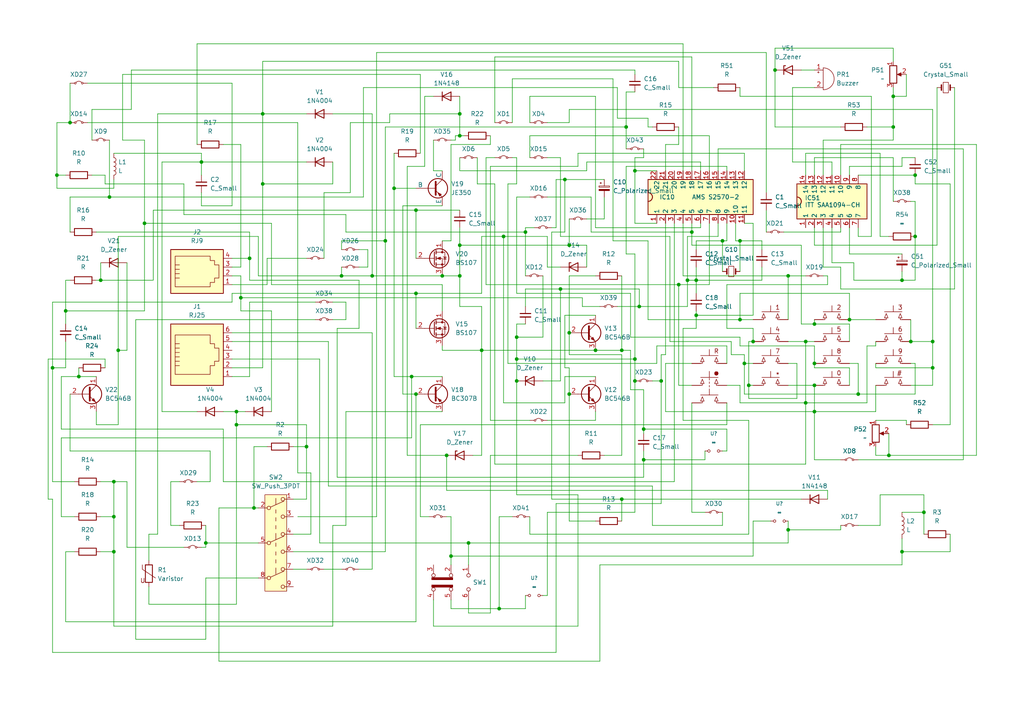
<source format=kicad_sch>
(kicad_sch (version 20250114) (generator "eeschema") (generator_version "9.0")
  (paper "A4")
  (lib_symbols
    (symbol "Connector:RJ25" (pin_names (offset 1.016))
      (property "Reference" "J" (at -5.08 11.43 0))
      (property "Value" "RJ25" (at 2.54 11.43 0))
      (symbol "RJ25_1_1"
        (pin passive line (at 10.16 7.62 180) (length 2.54) (name "~") (number "6"))
        (pin passive line (at 10.16 5.08 180) (length 2.54) (name "~") (number "5"))
        (pin passive line (at 10.16 2.54 180) (length 2.54) (name "~") (number "4"))
        (pin passive line (at 10.16 0 180) (length 2.54) (name "~") (number "3"))
        (pin passive line (at 10.16 -2.54 180) (length 2.54) (name "~") (number "2"))
        (pin passive line (at 10.16 -5.08 180) (length 2.54) (name "~") (number "1"))
      )
    )
    (symbol "Connector:RJ9" (pin_names (offset 1.016))
      (property "Reference" "J" (at -5.08 8.89 0))
      (property "Value" "RJ9" (at 2.54 8.89 0))
      (symbol "RJ9_1_1"
        (pin passive line (at 10.16 5.08 180) (length 2.54) (name "~") (number "4"))
        (pin passive line (at 10.16 2.54 180) (length 2.54) (name "~") (number "3"))
        (pin passive line (at 10.16 0 180) (length 2.54) (name "~") (number "2"))
        (pin passive line (at 10.16 -2.54 180) (length 2.54) (name "~") (number "1"))
      )
    )
    (symbol "Device:Buzzer" (pin_names (offset 0.0254) (hide yes))
      (property "Reference" "BZ" (at 3.81 1.27 0))
      (property "Value" "Buzzer" (at 3.81 -1.27 0))
      (symbol "Buzzer_1_1"
        (pin passive line (at -2.54 2.54 0) (length 2.54) (name "+") (number "1"))
        (pin passive line (at -2.54 -2.54 0) (length 2.54) (name "-") (number "2"))
      )
    )
    (symbol "Device:C_Polarized_Small" (pin_numbers (hide yes)) (pin_names (offset 0.254) (hide yes))
      (property "Reference" "C" (at 0.254 1.778 0))
      (property "Value" "C_Polarized_Small" (at 0.254 -2.032 0))
      (symbol "C_Polarized_Small_1_1"
        (pin passive line (at 0 2.54 270) (length 1.8542) (name "~") (number "1"))
        (pin passive line (at 0 -2.54 90) (length 1.8542) (name "~") (number "2"))
      )
    )
    (symbol "Device:C_Small" (pin_numbers (hide yes)) (pin_names (offset 0.254) (hide yes))
      (property "Reference" "C" (at 0.254 1.778 0))
      (property "Value" "C_Small" (at 0.254 -2.032 0))
      (symbol "C_Small_1_1"
        (pin passive line (at 0 2.54 270) (length 2.032) (name "~") (number "1"))
        (pin passive line (at 0 -2.54 90) (length 2.032) (name "~") (number "2"))
      )
    )
    (symbol "Device:Crystal_Small" (pin_numbers (hide yes)) (pin_names (offset 1.016) (hide yes))
      (property "Reference" "Y" (at 0 2.54 0))
      (property "Value" "Crystal_Small" (at 0 -2.54 0))
      (symbol "Crystal_Small_1_1"
        (pin passive line (at -2.54 0 0) (length 1.27) (name "1") (number "1"))
        (pin passive line (at 2.54 0 180) (length 1.27) (name "2") (number "2"))
      )
    )
    (symbol "Device:D_Zener" (pin_numbers (hide yes)) (pin_names (offset 1.016) (hide yes))
      (property "Reference" "D" (at 0 2.54 0))
      (property "Value" "D_Zener" (at 0 -2.54 0))
      (symbol "D_Zener_1_1"
        (pin passive line (at -3.81 0 0) (length 2.54) (name "K") (number "1"))
        (pin passive line (at 3.81 0 180) (length 2.54) (name "A") (number "2"))
      )
    )
    (symbol "Device:L" (pin_numbers (hide yes)) (pin_names (offset 1.016) (hide yes))
      (property "Reference" "L" (at -1.27 0 90))
      (property "Value" "L" (at 1.905 0 90))
      (symbol "L_1_1"
        (pin passive line (at 0 3.81 270) (length 1.27) (name "1") (number "1"))
        (pin passive line (at 0 -3.81 90) (length 1.27) (name "2") (number "2"))
      )
    )
    (symbol "Device:R" (pin_numbers (hide yes)) (pin_names (offset 0))
      (property "Reference" "R" (at 2.032 0 90))
      (property "Value" "R" (at 0 0 90))
      (symbol "R_1_1"
        (pin passive line (at 0 3.81 270) (length 1.27) (name "~") (number "1"))
        (pin passive line (at 0 -3.81 90) (length 1.27) (name "~") (number "2"))
      )
    )
    (symbol "Device:R_Potentiometer" (pin_names (offset 1.016) (hide yes))
      (property "Reference" "RV" (at -4.445 0 90))
      (property "Value" "R_Potentiometer" (at -2.54 0 90))
      (symbol "R_Potentiometer_1_1"
        (pin passive line (at 0 3.81 270) (length 1.27) (name "1") (number "1"))
        (pin passive line (at 0 -3.81 90) (length 1.27) (name "3") (number "3"))
        (pin passive line (at 3.81 0 180) (length 1.27) (name "2") (number "2"))
      )
    )
    (symbol "Device:Varistor" (pin_numbers (hide yes)) (pin_names (offset 0))
      (property "Reference" "RV" (at 3.175 0 90))
      (property "Value" "Varistor" (at -3.175 0 90))
      (symbol "Varistor_0_0"
        (text "U" (at -1.778 -2.032 0) (effects (font (size 1.27 1.27))))
      )
      (symbol "Varistor_1_1"
        (pin passive line (at 0 3.81 270) (length 1.27) (name "~") (number "1"))
        (pin passive line (at 0 -3.81 90) (length 1.27) (name "~") (number "2"))
      )
    )
    (symbol "Diode:1N4004" (pin_numbers (hide yes)) (pin_names (hide yes))
      (property "Reference" "D" (at 0 2.54 0))
      (property "Value" "1N4004" (at 0 -2.54 0))
      (symbol "1N4004_1_1"
        (pin passive line (at -3.81 0 0) (length 2.54) (name "K") (number "1"))
        (pin passive line (at 3.81 0 180) (length 2.54) (name "A") (number "2"))
      )
    )
    (symbol "Diode:1N4148" (pin_numbers (hide yes)) (pin_names (hide yes))
      (property "Reference" "D" (at 0 2.54 0))
      (property "Value" "1N4148" (at 0 -2.54 0))
      (symbol "1N4148_1_1"
        (pin passive line (at -3.81 0 0) (length 2.54) (name "K") (number "1"))
        (pin passive line (at 3.81 0 180) (length 2.54) (name "A") (number "2"))
      )
    )
    (symbol "Project_Library:Jumper_2_Small_Bridged" (pin_numbers (hide yes)) (pin_names (offset 0) (hide yes))
      (property "Reference" "XD" (at 0 2.032 0))
      (symbol "Jumper_2_Small_Bridged_1_1"
        (pin passive line (at -2.54 0 0) (length 1.27) (name "A") (number "1"))
        (pin passive line (at 2.54 0 180) (length 1.27) (name "B") (number "2"))
      )
    )
    (symbol "Project_Library:R_Unpopulated" (pin_numbers (hide yes)) (pin_names (offset 0.254) (hide yes))
      (property "Reference" "R" (at 0 0 0))
      (property "Value" "∞" (at 0 -1.778 0))
      (symbol "R_Unpopulated_1_1"
        (pin passive line (at -2.54 0 0) (length 0.762) (name "~") (number "2"))
        (pin passive line (at 2.54 0 180) (length 0.762) (name "~") (number "1"))
      )
    )
    (symbol "Project_Library:S2570-2_DIP22" (pin_names (offset 0.254))
      (property "Reference" "IC10" (at -11.938 0 0))
      (property "Value" "AMS S2570-2" (at -2.54 0 0))
      (symbol "S2570-2_DIP22_1_1"
        (pin unspecified line (at -12.7 7.62 270) (length 2.54) (name "22") (number "22"))
        (pin unspecified line (at -12.7 -7.62 90) (length 2.54) (name "1") (number "1"))
        (pin unspecified line (at -10.16 7.62 270) (length 2.54) (name "21") (number "21"))
        (pin unspecified line (at -10.16 -7.62 90) (length 2.54) (name "2") (number "2"))
        (pin unspecified line (at -7.62 7.62 270) (length 2.54) (name "20") (number "20"))
        (pin unspecified line (at -7.62 -7.62 90) (length 2.54) (name "3") (number "3"))
        (pin unspecified line (at -5.08 7.62 270) (length 2.54) (name "19") (number "19"))
        (pin unspecified line (at -5.08 -7.62 90) (length 2.54) (name "4") (number "4"))
        (pin unspecified line (at -2.54 7.62 270) (length 2.54) (name "18") (number "18"))
        (pin unspecified line (at -2.54 -7.62 90) (length 2.54) (name "5") (number "5"))
        (pin unspecified line (at 0 7.62 270) (length 2.54) (name "17") (number "17"))
        (pin unspecified line (at 0 -7.62 90) (length 2.54) (name "6") (number "6"))
        (pin unspecified line (at 2.54 7.62 270) (length 2.54) (name "16") (number "16"))
        (pin unspecified line (at 2.54 -7.62 90) (length 2.54) (name "7") (number "7"))
        (pin unspecified line (at 5.08 7.62 270) (length 2.54) (name "15") (number "15"))
        (pin unspecified line (at 5.08 -7.62 90) (length 2.54) (name "8") (number "8"))
        (pin unspecified line (at 7.62 7.62 270) (length 2.54) (name "14") (number "14"))
        (pin unspecified line (at 7.62 -7.62 90) (length 2.54) (name "9") (number "9"))
        (pin unspecified line (at 10.16 7.62 270) (length 2.54) (name "13") (number "13"))
        (pin unspecified line (at 10.16 -7.62 90) (length 2.54) (name "10") (number "10"))
        (pin unspecified line (at 12.7 7.62 270) (length 2.54) (name "12") (number "12"))
        (pin unspecified line (at 12.7 -7.62 90) (length 2.54) (name "11") (number "11"))
      )
    )
    (symbol "Project_Library:SAA1094-CH_DIP14" (pin_names (offset 0.254))
      (property "Reference" "IC51" (at -7.874 1.016 0))
      (property "Value" "ITT SAA1094-CH" (at -7.874 -1.016 0))
      (symbol "SAA1094-CH_DIP14_1_1"
        (pin unspecified line (at -7.62 7.62 270) (length 2.54) (name "14") (number "14"))
        (pin unspecified line (at -7.62 -7.62 90) (length 2.54) (name "1") (number "1"))
        (pin unspecified line (at -5.08 7.62 270) (length 2.54) (name "13") (number "13"))
        (pin unspecified line (at -5.08 -7.62 90) (length 2.54) (name "2") (number "2"))
        (pin unspecified line (at -2.54 7.62 270) (length 2.54) (name "12") (number "12"))
        (pin unspecified line (at -2.54 -7.62 90) (length 2.54) (name "3") (number "3"))
        (pin unspecified line (at 0 7.62 270) (length 2.54) (name "11") (number "11"))
        (pin unspecified line (at 0 -7.62 90) (length 2.54) (name "4") (number "4"))
        (pin unspecified line (at 2.54 7.62 270) (length 2.54) (name "10") (number "10"))
        (pin unspecified line (at 2.54 -7.62 90) (length 2.54) (name "5") (number "5"))
        (pin unspecified line (at 5.08 7.62 270) (length 2.54) (name "9") (number "9"))
        (pin unspecified line (at 5.08 -7.62 90) (length 2.54) (name "6") (number "6"))
        (pin unspecified line (at 7.62 7.62 270) (length 2.54) (name "8") (number "8"))
        (pin unspecified line (at 7.62 -7.62 90) (length 2.54) (name "7") (number "7"))
      )
    )
    (symbol "Project_Library:SW_KEYPAD_PHONE_ELM2" (pin_numbers (hide yes)) (pin_names (offset 1.016) (hide yes))
      (symbol "SW_KEYPAD_PHONE_ELM2_0_1"
        (pin passive line (at -31.75 -2.54 0) (length 2.54) (name "A") (number "1"))
        (pin passive line (at -31.75 -8.89 0) (length 2.54) (name "A") (number "1"))
        (pin passive line (at -31.75 -13.97 0) (length 2.54) (name "A") (number "1"))
        (pin passive line (at -21.59 -2.54 180) (length 2.54) (name "B") (number "3"))
        (pin passive line (at -21.59 -8.89 180) (length 2.54) (name "B") (number "3"))
        (pin passive line (at -21.59 -13.97 180) (length 2.54) (name "B") (number "3"))
        (pin passive line (at -13.97 10.16 0) (length 2.54) (name "A") (number "1"))
        (pin passive line (at -13.97 3.81 0) (length 2.54) (name "A") (number "1"))
        (pin passive line (at -13.97 -2.54 0) (length 2.54) (name "A") (number "1"))
        (pin passive line (at -13.97 -8.89 0) (length 2.54) (name "A") (number "1"))
        (pin passive line (at -3.81 10.16 180) (length 2.54) (name "B") (number "3"))
        (pin passive line (at -3.81 3.81 180) (length 2.54) (name "B") (number "3"))
        (pin passive line (at -3.81 -2.54 180) (length 2.54) (name "B") (number "3"))
        (pin passive line (at -3.81 -8.89 180) (length 2.54) (name "B") (number "3"))
        (pin passive line (at 3.81 10.16 0) (length 2.54) (name "A") (number "1"))
        (pin passive line (at 3.81 3.81 0) (length 2.54) (name "A") (number "1"))
        (pin passive line (at 3.81 -2.54 0) (length 2.54) (name "A") (number "1"))
        (pin passive line (at 3.81 -8.89 0) (length 2.54) (name "A") (number "1"))
        (pin passive line (at 13.97 10.16 180) (length 2.54) (name "B") (number "3"))
        (pin passive line (at 13.97 3.81 180) (length 2.54) (name "B") (number "3"))
        (pin passive line (at 13.97 -2.54 180) (length 2.54) (name "B") (number "3"))
        (pin passive line (at 13.97 -8.89 180) (length 2.54) (name "B") (number "3"))
        (pin passive line (at 21.59 10.16 0) (length 2.54) (name "A") (number "1"))
        (pin passive line (at 21.59 3.81 0) (length 2.54) (name "A") (number "1"))
        (pin passive line (at 21.59 -2.54 0) (length 2.54) (name "A") (number "1"))
        (pin passive line (at 21.59 -8.89 0) (length 2.54) (name "A") (number "1"))
        (pin passive line (at 31.75 10.16 180) (length 2.54) (name "B") (number "3"))
        (pin passive line (at 31.75 3.81 180) (length 2.54) (name "B") (number "3"))
        (pin passive line (at 31.75 -2.54 180) (length 2.54) (name "B") (number "3"))
        (pin passive line (at 31.75 -8.89 180) (length 2.54) (name "B") (number "3"))
      )
      (symbol "SW_KEYPAD_PHONE_ELM2_1_1"
        (text "R" (at -24.638 1.016 0) (effects (font (size 1.27 1.27))))
        (text "●" (at -24.638 -5.334 0) (effects (font (size 1.27 1.27))))
        (text "1" (at -6.858 13.716 0) (effects (font (size 1.27 1.27))))
        (text "4" (at -6.858 7.366 0) (effects (font (size 1.27 1.27))))
        (text "7" (at -6.858 1.016 0) (effects (font (size 1.27 1.27))))
        (text "*" (at -6.858 -5.842 0) (effects (font (size 1.27 1.27))))
        (text "2" (at 10.922 13.716 0) (effects (font (size 1.27 1.27))))
        (text "5" (at 10.922 7.366 0) (effects (font (size 1.27 1.27))))
        (text "8" (at 10.922 1.016 0) (effects (font (size 1.27 1.27))))
        (text "0" (at 10.922 -5.334 0) (effects (font (size 1.27 1.27))))
        (text "#" (at 28.448 -5.334 0) (effects (font (size 1.27 1.27))))
        (text "3" (at 28.702 13.716 0) (effects (font (size 1.27 1.27))))
        (text "6" (at 28.702 7.366 0) (effects (font (size 1.27 1.27))))
        (text "9" (at 28.702 1.016 0) (effects (font (size 1.27 1.27))))
        (pin passive line (at -31.75 -2.54 0) (length 2.54) (hide yes) (name "A") (number "2"))
        (pin passive line (at -31.75 -8.89 0) (length 2.54) (hide yes) (name "A") (number "2"))
        (pin passive line (at -31.75 -13.97 0) (length 2.54) (hide yes) (name "A") (number "2"))
        (pin passive line (at -21.59 -2.54 180) (length 2.54) (hide yes) (name "B") (number "4"))
        (pin passive line (at -21.59 -8.89 180) (length 2.54) (hide yes) (name "B") (number "4"))
        (pin passive line (at -21.59 -13.97 180) (length 2.54) (hide yes) (name "B") (number "4"))
        (pin passive line (at -13.97 10.16 0) (length 2.54) (hide yes) (name "A") (number "2"))
        (pin passive line (at -13.97 3.81 0) (length 2.54) (hide yes) (name "A") (number "2"))
        (pin passive line (at -13.97 -2.54 0) (length 2.54) (hide yes) (name "A") (number "2"))
        (pin passive line (at -13.97 -8.89 0) (length 2.54) (hide yes) (name "A") (number "2"))
        (pin passive line (at -3.81 10.16 180) (length 2.54) (hide yes) (name "B") (number "4"))
        (pin passive line (at -3.81 3.81 180) (length 2.54) (hide yes) (name "B") (number "4"))
        (pin passive line (at -3.81 -2.54 180) (length 2.54) (hide yes) (name "B") (number "4"))
        (pin passive line (at -3.81 -8.89 180) (length 2.54) (hide yes) (name "B") (number "4"))
        (pin passive line (at 3.81 10.16 0) (length 2.54) (hide yes) (name "A") (number "2"))
        (pin passive line (at 3.81 3.81 0) (length 2.54) (hide yes) (name "A") (number "2"))
        (pin passive line (at 3.81 -2.54 0) (length 2.54) (hide yes) (name "A") (number "2"))
        (pin passive line (at 3.81 -8.89 0) (length 2.54) (hide yes) (name "A") (number "2"))
        (pin passive line (at 13.97 10.16 180) (length 2.54) (hide yes) (name "B") (number "4"))
        (pin passive line (at 13.97 3.81 180) (length 2.54) (hide yes) (name "B") (number "4"))
        (pin passive line (at 13.97 -2.54 180) (length 2.54) (hide yes) (name "B") (number "4"))
        (pin passive line (at 13.97 -8.89 180) (length 2.54) (hide yes) (name "B") (number "4"))
        (pin passive line (at 21.59 10.16 0) (length 2.54) (hide yes) (name "A") (number "2"))
        (pin passive line (at 21.59 3.81 0) (length 2.54) (hide yes) (name "A") (number "2"))
        (pin passive line (at 21.59 -2.54 0) (length 2.54) (hide yes) (name "A") (number "2"))
        (pin passive line (at 21.59 -8.89 0) (length 2.54) (hide yes) (name "A") (number "2"))
        (pin passive line (at 31.75 10.16 180) (length 2.54) (hide yes) (name "B") (number "4"))
        (pin passive line (at 31.75 3.81 180) (length 2.54) (hide yes) (name "B") (number "4"))
        (pin passive line (at 31.75 -2.54 180) (length 2.54) (hide yes) (name "B") (number "4"))
        (pin passive line (at 31.75 -8.89 180) (length 2.54) (hide yes) (name "B") (number "4"))
      )
    )
    (symbol "Project_Library:SW_Push_3PDT" (pin_names (offset 0) (hide yes))
      (property "Reference" "SW" (at 0 10.16 0))
      (property "Value" "SW_Push_3PDT" (at -0.508 -23.368 0))
      (symbol "SW_Push_3PDT_1_1"
        (pin passive line (at -5.08 5.08 0) (length 2.54) (name "B") (number "2"))
        (pin passive line (at -5.08 -5.08 0) (length 2.54) (name "B") (number "5"))
        (pin passive line (at -5.08 -15.24 0) (length 2.54) (name "B") (number "8"))
        (pin passive line (at 5.08 7.62 180) (length 2.54) (name "A") (number "1"))
        (pin passive line (at 5.08 2.54 180) (length 2.54) (name "C") (number "3"))
        (pin passive line (at 5.08 -2.54 180) (length 2.54) (name "A") (number "4"))
        (pin passive line (at 5.08 -7.62 180) (length 2.54) (name "C") (number "6"))
        (pin passive line (at 5.08 -12.7 180) (length 2.54) (name "A") (number "7"))
        (pin passive line (at 5.08 -17.78 180) (length 2.54) (name "C") (number "9"))
      )
    )
    (symbol "Project_Library:SW_Slide_DPDT_horizontal" (pin_names (offset 0) (hide yes))
      (property "Reference" "SW" (at 6.858 0 90))
      (symbol "SW_Slide_DPDT_horizontal_1_1"
        (pin passive line (at -5.08 5.08 270) (length 2.54) (name "C") (number "3"))
        (pin passive line (at -5.08 -5.08 90) (length 2.54) (name "A") (number "4"))
        (pin passive line (at 0 5.08 270) (length 2.54) (name "B") (number "2"))
        (pin passive line (at 0 -5.08 90) (length 2.54) (name "B") (number "5"))
        (pin passive line (at 5.08 5.08 270) (length 2.54) (name "A") (number "1"))
        (pin passive line (at 5.08 -5.08 90) (length 2.54) (name "C") (number "6"))
      )
    )
    (symbol "Simulation_SPICE:PNP" (pin_numbers (hide yes)) (pin_names (offset 0))
      (property "Reference" "Q" (at -2.54 7.62 0))
      (property "Value" "PNP" (at -2.54 5.08 0))
      (symbol "PNP_1_1"
        (pin input line (at -5.08 0 0) (length 2.54) (name "B") (number "2"))
        (pin open_collector line (at 2.54 5.08 270) (length 2.54) (name "C") (number "1"))
        (pin open_emitter line (at 2.54 -5.08 90) (length 2.54) (name "E") (number "3"))
      )
    )
    (symbol "Transistor_BJT:BC307" (pin_names (offset 0) (hide yes))
      (property "Reference" "Q" (at 5.08 1.905 0))
      (property "Value" "BC307" (at 5.08 0 0))
      (symbol "BC307_1_1"
        (pin input line (at -5.08 0 0) (length 2.54) (name "B") (number "2"))
        (pin passive line (at 2.54 5.08 270) (length 2.54) (name "C") (number "1"))
        (pin passive line (at 2.54 -5.08 90) (length 2.54) (name "E") (number "3"))
      )
    )
    (symbol "Transistor_BJT:BC546" (pin_names (offset 0) (hide yes))
      (property "Reference" "Q" (at 5.08 1.905 0))
      (property "Value" "BC546" (at 5.08 0 0))
      (symbol "BC546_1_1"
        (pin input line (at -5.08 0 0) (length 2.54) (name "B") (number "2"))
        (pin passive line (at 2.54 5.08 270) (length 2.54) (name "C") (number "1"))
        (pin passive line (at 2.54 -5.08 90) (length 2.54) (name "E") (number "3"))
      )
    )
    (symbol "Transistor_FET:BS107" (pin_names (hide yes))
      (property "Reference" "Q" (at 5.08 1.905 0))
      (property "Value" "BS107" (at 5.08 0 0))
      (symbol "BS107_1_1"
        (pin input line (at -5.08 0 0) (length 2.54) (name "G") (number "2"))
        (pin passive line (at 2.54 5.08 270) (length 2.54) (name "D") (number "1"))
        (pin passive line (at 2.54 -5.08 90) (length 2.54) (name "S") (number "3"))
      )
    )
  )
  (junction (at 233.68 99.06))
  (junction (at 200.66 67.31))
  (junction (at 217.17 111.76))
  (junction (at 88.9 129.54))
  (junction (at 34.29 101.6))
  (junction (at 186.69 124.46))
  (junction (at 181.61 36.83))
  (junction (at 246.38 92.71))
  (junction (at 196.85 82.55))
  (junction (at 184.15 49.53))
  (junction (at 41.91 64.77))
  (junction (at 149.86 110.49))
  (junction (at 236.22 119.38))
  (junction (at 68.58 119.38))
  (junction (at 20.32 35.56))
  (junction (at 267.97 148.59))
  (junction (at 139.7 101.6))
  (junction (at 270.51 106.68))
  (junction (at 186.69 133.35))
  (junction (at 73.66 147.32))
  (junction (at 259.08 36.83))
  (junction (at 149.86 97.79))
  (junction (at 76.2 33.02))
  (junction (at 162.56 83.82))
  (junction (at 199.39 81.28))
  (junction (at 165.1 71.12))
  (junction (at 215.9 105.41))
  (junction (at 120.65 114.3))
  (junction (at 180.34 101.6))
  (junction (at 201.93 91.44))
  (junction (at 165.1 96.52))
  (junction (at 201.93 81.28))
  (junction (at 236.22 93.98))
  (junction (at 133.35 39.37))
  (junction (at 15.24 106.68))
  (junction (at 146.05 68.58))
  (junction (at 119.38 109.22))
  (junction (at 165.1 114.3))
  (junction (at 233.68 116.84))
  (junction (at 185.42 88.9))
  (junction (at 149.86 104.14))
  (junction (at 19.05 90.17))
  (junction (at 120.65 85.09))
  (junction (at 264.16 99.06))
  (junction (at 130.81 161.29))
  (junction (at 265.43 50.8))
  (junction (at 135.89 157.48))
  (junction (at 120.65 60.96))
  (junction (at 236.22 111.76))
  (junction (at 257.81 132.08))
  (junction (at 128.27 80.01))
  (junction (at 248.92 114.3))
  (junction (at 172.72 101.6))
  (junction (at 144.78 176.53))
  (junction (at 129.54 132.08))
  (junction (at 228.6 153.67))
  (junction (at 16.51 50.8))
  (junction (at 261.62 160.02))
  (junction (at 218.44 99.06))
  (junction (at 68.58 123.19))
  (junction (at 152.4 67.31))
  (junction (at 58.42 46.99))
  (junction (at 209.55 69.85))
  (junction (at 59.69 157.48))
  (junction (at 224.79 20.32))
  (junction (at 214.63 69.85))
  (junction (at 33.02 149.86))
  (junction (at 184.15 110.49))
  (junction (at 180.34 144.78))
  (junction (at 191.77 110.49))
  (junction (at 33.02 160.02))
  (junction (at 265.43 68.58))
  (junction (at 31.75 57.15))
  (junction (at 270.51 99.06))
  (junction (at 29.21 81.28))
  (junction (at 214.63 92.71))
  (junction (at 133.35 33.02))
  (junction (at 76.2 53.34))
  (junction (at 33.02 139.7))
  (junction (at 163.83 52.07))
  (junction (at 228.6 80.01))
  (junction (at 69.85 86.36))
  (junction (at 184.15 104.14))
  (junction (at 261.62 81.28))
  (junction (at 22.86 109.22))
  (junction (at 111.76 69.85))
  (junction (at 236.22 105.41))
  (junction (at 114.3 54.61))
  (junction (at 133.35 71.12))
  (junction (at 107.95 80.01))
  (junction (at 99.06 80.01))
  (junction (at 259.08 27.94))
  (junction (at 133.35 80.01))
  (junction (at 72.39 74.93))
  (wire (pts (xy 193.04 105.41) (xy 200.66 105.41)))
  (wire (pts (xy 16.51 54.61) (xy 33.02 54.61)))
  (wire (pts (xy 104.14 81.28) (xy 72.39 81.28)))
  (wire (pts (xy 165.1 114.3) (xy 165.1 106.68)))
  (wire (pts (xy 135.89 177.8) (xy 142.24 177.8)))
  (wire (pts (xy 143.51 134.62) (xy 143.51 53.34)))
  (wire (pts (xy 201.93 81.28) (xy 199.39 81.28)))
  (wire (pts (xy 27.94 81.28) (xy 29.21 81.28)))
  (wire (pts (xy 240.03 80.01) (xy 240.03 82.55)))
  (wire (pts (xy 86.36 35.56) (xy 86.36 137.16)))
  (wire (pts (xy 275.59 154.94) (xy 275.59 160.02)))
  (wire (pts (xy 111.76 69.85) (xy 111.76 160.02)))
  (wire (pts (xy 181.61 26.67) (xy 181.61 36.83)))
  (wire (pts (xy 13.97 144.78) (xy 13.97 104.14)))
  (wire (pts (xy 232.41 93.98) (xy 236.22 93.98)))
  (wire (pts (xy 20.32 81.28) (xy 19.05 81.28)))
  (wire (pts (xy 160.02 67.31) (xy 163.83 67.31)))
  (wire (pts (xy 97.79 95.25) (xy 104.14 95.25)))
  (wire (pts (xy 27.94 119.38) (xy 27.94 123.19)))
  (wire (pts (xy 85.09 160.02) (xy 111.76 160.02)))
  (wire (pts (xy 246.38 92.71) (xy 254 92.71)))
  (wire (pts (xy 209.55 69.85) (xy 210.82 69.85)))
  (wire (pts (xy 246.38 93.98) (xy 246.38 99.06)))
  (wire (pts (xy 135.89 157.48) (xy 135.89 163.83)))
  (wire (pts (xy 261.62 148.59) (xy 267.97 148.59)))
  (wire (pts (xy 160.02 144.78) (xy 160.02 67.31)))
  (wire (pts (xy 200.66 67.31) (xy 200.66 71.12)))
  (wire (pts (xy 191.77 110.49) (xy 191.77 146.05)))
  (wire (pts (xy 76.2 33.02) (xy 45.72 33.02)))
  (wire (pts (xy 26.67 31.75) (xy 26.67 40.64)))
  (wire (pts (xy 261.62 78.74) (xy 261.62 81.28)))
  (wire (pts (xy 157.48 172.72) (xy 158.75 172.72)))
  (wire (pts (xy 19.05 81.28) (xy 19.05 90.17)))
  (wire (pts (xy 15.24 144.78) (xy 13.97 144.78)))
  (wire (pts (xy 265.43 45.72) (xy 261.62 45.72)))
  (wire (pts (xy 170.18 63.5) (xy 175.26 63.5)))
  (wire (pts (xy 214.63 92.71) (xy 187.96 92.71)))
  (wire (pts (xy 214.63 25.4) (xy 214.63 27.94)))
  (wire (pts (xy 33.02 149.86) (xy 33.02 160.02)))
  (wire (pts (xy 43.18 170.18) (xy 43.18 175.26)))
  (wire (pts (xy 152.4 172.72) (xy 152.4 176.53)))
  (wire (pts (xy 259.08 27.94) (xy 262.89 27.94)))
  (wire (pts (xy 210.82 123.19) (xy 121.92 123.19)))
  (wire (pts (xy 153.67 149.86) (xy 153.67 154.94)))
  (wire (pts (xy 224.79 36.83) (xy 243.84 36.83)))
  (wire (pts (xy 165.1 63.5) (xy 165.1 71.12)))
  (wire (pts (xy 228.6 157.48) (xy 135.89 157.48)))
  (wire (pts (xy 257.81 125.73) (xy 257.81 132.08)))
  (wire (pts (xy 133.35 71.12) (xy 133.35 80.01)))
  (wire (pts (xy 67.31 104.14) (xy 92.71 104.14)))
  (wire (pts (xy 123.19 27.94) (xy 125.73 27.94)))
  (wire (pts (xy 100.33 67.31) (xy 152.4 67.31)))
  (wire (pts (xy 67.31 82.55) (xy 77.47 82.55)))
  (wire (pts (xy 259.08 25.4) (xy 259.08 27.94)))
  (wire (pts (xy 209.55 130.81) (xy 210.82 130.81)))
  (wire (pts (xy 91.44 92.71) (xy 39.37 92.71)))
  (wire (pts (xy 29.21 149.86) (xy 33.02 149.86)))
  (wire (pts (xy 275.59 53.34) (xy 265.43 53.34)))
  (wire (pts (xy 77.47 74.93) (xy 88.9 74.93)))
  (wire (pts (xy 97.79 138.43) (xy 97.79 95.25)))
  (wire (pts (xy 78.74 119.38) (xy 78.74 90.17)))
  (wire (pts (xy 215.9 105.41) (xy 218.44 105.41)))
  (wire (pts (xy 72.39 81.28) (xy 72.39 74.93)))
  (wire (pts (xy 44.45 60.96) (xy 44.45 81.28)))
  (wire (pts (xy 52.07 139.7) (xy 49.53 139.7)))
  (wire (pts (xy 193.04 41.91) (xy 196.85 41.91)))
  (wire (pts (xy 181.61 36.83) (xy 181.61 43.18)))
  (wire (pts (xy 152.4 93.98) (xy 149.86 93.98)))
  (wire (pts (xy 68.58 119.38) (xy 71.12 119.38)))
  (wire (pts (xy 215.9 44.45) (xy 215.9 49.53)))
  (wire (pts (xy 180.34 132.08) (xy 180.34 102.87)))
  (wire (pts (xy 21.59 149.86) (xy 17.78 149.86)))
  (wire (pts (xy 200.66 148.59) (xy 204.47 148.59)))
  (wire (pts (xy 186.69 125.73) (xy 186.69 124.46)))
  (wire (pts (xy 15.24 139.7) (xy 21.59 139.7)))
  (wire (pts (xy 191.77 102.87) (xy 191.77 110.49)))
  (wire (pts (xy 236.22 119.38) (xy 193.04 119.38)))
  (wire (pts (xy 248.92 50.8) (xy 265.43 50.8)))
  (wire (pts (xy 20.32 130.81) (xy 60.96 130.81)))
  (wire (pts (xy 16.51 35.56) (xy 16.51 50.8)))
  (wire (pts (xy 29.21 139.7) (xy 33.02 139.7)))
  (wire (pts (xy 95.25 99.06) (xy 95.25 140.97)))
  (wire (pts (xy 45.72 33.02) (xy 45.72 154.94)))
  (wire (pts (xy 133.35 60.96) (xy 120.65 60.96)))
  (wire (pts (xy 220.98 72.39) (xy 220.98 69.85)))
  (wire (pts (xy 163.83 116.84) (xy 146.05 116.84)))
  (wire (pts (xy 17.78 124.46) (xy 17.78 109.22)))
  (wire (pts (xy 254 121.92) (xy 262.89 121.92)))
  (wire (pts (xy 85.09 144.78) (xy 88.9 144.78)))
  (wire (pts (xy 172.72 27.94) (xy 172.72 66.04)))
  (wire (pts (xy 233.68 44.45) (xy 233.68 50.8)))
  (wire (pts (xy 196.85 82.55) (xy 205.74 82.55)))
  (wire (pts (xy 67.31 85.09) (xy 67.31 87.63)))
  (wire (pts (xy 240.03 142.24) (xy 129.54 142.24)))
  (wire (pts (xy 270.51 31.75) (xy 165.1 31.75)))
  (wire (pts (xy 198.12 95.25) (xy 198.12 121.92)))
  (wire (pts (xy 215.9 114.3) (xy 215.9 105.41)))
  (wire (pts (xy 69.85 86.36) (xy 69.85 80.01)))
  (wire (pts (xy 196.85 25.4) (xy 196.85 17.78)))
  (wire (pts (xy 165.1 106.68) (xy 163.83 106.68)))
  (wire (pts (xy 214.63 97.79) (xy 214.63 100.33)))
  (wire (pts (xy 267.97 148.59) (xy 267.97 154.94)))
  (wire (pts (xy 58.42 44.45) (xy 58.42 46.99)))
  (wire (pts (xy 133.35 45.72) (xy 133.35 49.53)))
  (wire (pts (xy 180.34 144.78) (xy 180.34 151.13)))
  (wire (pts (xy 128.27 119.38) (xy 100.33 119.38)))
  (wire (pts (xy 167.64 143.51) (xy 167.64 181.61)))
  (wire (pts (xy 163.83 106.68) (xy 163.83 91.44)))
  (wire (pts (xy 25.4 35.56) (xy 86.36 35.56)))
  (wire (pts (xy 96.52 181.61) (xy 33.02 181.61)))
  (wire (pts (xy 181.61 26.67) (xy 184.15 26.67)))
  (wire (pts (xy 165.1 31.75) (xy 165.1 35.56)))
  (wire (pts (xy 158.75 45.72) (xy 162.56 45.72)))
  (wire (pts (xy 167.64 44.45) (xy 215.9 44.45)))
  (wire (pts (xy 185.42 88.9) (xy 185.42 83.82)))
  (wire (pts (xy 29.21 76.2) (xy 29.21 81.28)))
  (wire (pts (xy 187.96 34.29) (xy 187.96 36.83)))
  (wire (pts (xy 72.39 87.63) (xy 72.39 109.22)))
  (wire (pts (xy 67.31 24.13) (xy 67.31 59.69)))
  (wire (pts (xy 222.25 60.96) (xy 222.25 67.31)))
  (wire (pts (xy 184.15 64.77) (xy 184.15 49.53)))
  (wire (pts (xy 120.65 60.96) (xy 120.65 74.93)))
  (wire (pts (xy 17.78 127) (xy 119.38 127)))
  (wire (pts (xy 100.33 62.23) (xy 100.33 67.31)))
  (wire (pts (xy 67.31 77.47) (xy 69.85 77.47)))
  (wire (pts (xy 259.08 45.72) (xy 236.22 45.72)))
  (wire (pts (xy 261.62 156.21) (xy 261.62 160.02)))
  (wire (pts (xy 186.69 133.35) (xy 186.69 138.43)))
  (wire (pts (xy 121.92 149.86) (xy 121.92 123.19)))
  (wire (pts (xy 218.44 95.25) (xy 218.44 99.06)))
  (wire (pts (xy 257.81 68.58) (xy 255.27 68.58)))
  (wire (pts (xy 248.92 68.58) (xy 252.73 68.58)))
  (wire (pts (xy 133.35 33.02) (xy 113.03 33.02)))
  (wire (pts (xy 76.2 106.68) (xy 67.31 106.68)))
  (wire (pts (xy 217.17 121.92) (xy 217.17 154.94)))
  (wire (pts (xy 246.38 48.26) (xy 246.38 50.8)))
  (wire (pts (xy 264.16 92.71) (xy 264.16 99.06)))
  (wire (pts (xy 261.62 45.72) (xy 261.62 48.26)))
  (wire (pts (xy 85.09 154.94) (xy 90.17 154.94)))
  (wire (pts (xy 149.86 57.15) (xy 149.86 85.09)))
  (wire (pts (xy 125.73 173.99) (xy 125.73 181.61)))
  (wire (pts (xy 255.27 152.4) (xy 255.27 143.51)))
  (wire (pts (xy 229.87 25.4) (xy 229.87 46.99)))
  (wire (pts (xy 262.89 123.19) (xy 262.89 121.92)))
  (wire (pts (xy 147.32 53.34) (xy 149.86 53.34)))
  (wire (pts (xy 228.6 153.67) (xy 243.84 153.67)))
  (wire (pts (xy 163.83 91.44) (xy 172.72 91.44)))
  (wire (pts (xy 222.25 15.24) (xy 109.22 15.24)))
  (wire (pts (xy 104.14 72.39) (xy 106.68 72.39)))
  (wire (pts (xy 246.38 66.04) (xy 246.38 73.66)))
  (wire (pts (xy 133.35 33.02) (xy 133.35 39.37)))
  (wire (pts (xy 149.86 110.49) (xy 149.86 143.51)))
  (wire (pts (xy 158.75 77.47) (xy 162.56 77.47)))
  (wire (pts (xy 173.99 88.9) (xy 168.91 88.9)))
  (wire (pts (xy 246.38 85.09) (xy 246.38 92.71)))
  (wire (pts (xy 185.42 83.82) (xy 162.56 83.82)))
  (wire (pts (xy 120.65 114.3) (xy 116.84 114.3)))
  (wire (pts (xy 232.41 71.12) (xy 200.66 71.12)))
  (wire (pts (xy 41.91 64.77) (xy 41.91 90.17)))
  (wire (pts (xy 163.83 52.07) (xy 163.83 67.31)))
  (wire (pts (xy 128.27 69.85) (xy 130.81 69.85)))
  (wire (pts (xy 152.4 66.04) (xy 154.94 66.04)))
  (wire (pts (xy 20.32 57.15) (xy 31.75 57.15)))
  (wire (pts (xy 165.1 80.01) (xy 165.1 96.52)))
  (wire (pts (xy 35.56 40.64) (xy 41.91 40.64)))
  (wire (pts (xy 158.75 148.59) (xy 158.75 172.72)))
  (wire (pts (xy 259.08 13.97) (xy 224.79 13.97)))
  (wire (pts (xy 78.74 82.55) (xy 78.74 64.77)))
  (wire (pts (xy 240.03 144.78) (xy 240.03 142.24)))
  (wire (pts (xy 69.85 41.91) (xy 69.85 77.47)))
  (wire (pts (xy 184.15 73.66) (xy 181.61 73.66)))
  (wire (pts (xy 207.01 25.4) (xy 196.85 25.4)))
  (wire (pts (xy 149.86 104.14) (xy 149.86 110.49)))
  (wire (pts (xy 139.7 101.6) (xy 139.7 88.9)))
  (wire (pts (xy 214.63 100.33) (xy 236.22 100.33)))
  (wire (pts (xy 181.61 73.66) (xy 181.61 48.26)))
  (wire (pts (xy 210.82 48.26) (xy 210.82 49.53)))
  (wire (pts (xy 74.93 80.01) (xy 74.93 68.58)))
  (wire (pts (xy 153.67 57.15) (xy 149.86 57.15)))
  (wire (pts (xy 121.92 21.59) (xy 35.56 21.59)))
  (wire (pts (xy 264.16 111.76) (xy 270.51 111.76)))
  (wire (pts (xy 160.02 66.04) (xy 161.29 66.04)))
  (wire (pts (xy 182.88 85.09) (xy 182.88 97.79)))
  (wire (pts (xy 60.96 130.81) (xy 60.96 139.7)))
  (wire (pts (xy 36.83 76.2) (xy 36.83 101.6)))
  (wire (pts (xy 205.74 64.77) (xy 205.74 82.55)))
  (wire (pts (xy 238.76 66.04) (xy 238.76 77.47)))
  (wire (pts (xy 133.35 66.04) (xy 133.35 71.12)))
  (wire (pts (xy 180.34 102.87) (xy 165.1 102.87)))
  (wire (pts (xy 233.68 99.06) (xy 236.22 99.06)))
  (wire (pts (xy 130.81 176.53) (xy 144.78 176.53)))
  (wire (pts (xy 186.69 133.35) (xy 204.47 133.35)))
  (wire (pts (xy 246.38 105.41) (xy 248.92 105.41)))
  (wire (pts (xy 196.85 111.76) (xy 200.66 111.76)))
  (wire (pts (xy 193.04 64.77) (xy 193.04 102.87)))
  (wire (pts (xy 22.86 106.68) (xy 22.86 109.22)))
  (wire (pts (xy 243.84 41.91) (xy 243.84 50.8)))
  (wire (pts (xy 232.41 144.78) (xy 180.34 144.78)))
  (wire (pts (xy 144.78 149.86) (xy 148.59 149.86)))
  (wire (pts (xy 85.09 165.1) (xy 88.9 165.1)))
  (wire (pts (xy 128.27 101.6) (xy 139.7 101.6)))
  (wire (pts (xy 175.26 52.07) (xy 163.83 52.07)))
  (wire (pts (xy 49.53 152.4) (xy 52.07 152.4)))
  (wire (pts (xy 259.08 58.42) (xy 259.08 45.72)))
  (wire (pts (xy 22.86 109.22) (xy 27.94 109.22)))
  (wire (pts (xy 67.31 99.06) (xy 95.25 99.06)))
  (wire (pts (xy 265.43 81.28) (xy 261.62 81.28)))
  (wire (pts (xy 133.35 49.53) (xy 170.18 49.53)))
  (wire (pts (xy 64.77 119.38) (xy 68.58 119.38)))
  (wire (pts (xy 172.72 101.6) (xy 139.7 101.6)))
  (wire (pts (xy 265.43 105.41) (xy 264.16 105.41)))
  (wire (pts (xy 153.67 39.37) (xy 205.74 39.37)))
  (wire (pts (xy 236.22 45.72) (xy 236.22 50.8)))
  (wire (pts (xy 31.75 57.15) (xy 105.41 57.15)))
  (wire (pts (xy 228.6 99.06) (xy 233.68 99.06)))
  (wire (pts (xy 246.38 106.68) (xy 246.38 111.76)))
  (wire (pts (xy 35.56 21.59) (xy 35.56 40.64)))
  (wire (pts (xy 203.2 64.77) (xy 203.2 66.04)))
  (wire (pts (xy 158.75 35.56) (xy 165.1 35.56)))
  (wire (pts (xy 247.65 76.2) (xy 241.3 76.2)))
  (wire (pts (xy 116.84 59.69) (xy 128.27 59.69)))
  (wire (pts (xy 215.9 105.41) (xy 215.9 102.87)))
  (wire (pts (xy 186.69 113.03) (xy 182.88 113.03)))
  (wire (pts (xy 133.35 27.94) (xy 133.35 33.02)))
  (wire (pts (xy 248.92 105.41) (xy 248.92 114.3)))
  (wire (pts (xy 184.15 20.32) (xy 184.15 21.59)))
  (wire (pts (xy 19.05 90.17) (xy 19.05 93.98)))
  (wire (pts (xy 59.69 152.4) (xy 59.69 157.48)))
  (wire (pts (xy 184.15 49.53) (xy 184.15 45.72)))
  (wire (pts (xy 15.24 189.23) (xy 15.24 144.78)))
  (wire (pts (xy 73.66 129.54) (xy 73.66 147.32)))
  (wire (pts (xy 248.92 133.35) (xy 279.4 133.35)))
  (wire (pts (xy 120.65 60.96) (xy 44.45 60.96)))
  (wire (pts (xy 236.22 119.38) (xy 254 119.38)))
  (wire (pts (xy 76.2 17.78) (xy 196.85 17.78)))
  (wire (pts (xy 264.16 58.42) (xy 265.43 58.42)))
  (wire (pts (xy 218.44 151.13) (xy 218.44 161.29)))
  (wire (pts (xy 184.15 45.72) (xy 186.69 45.72)))
  (wire (pts (xy 134.62 39.37) (xy 133.35 39.37)))
  (wire (pts (xy 146.05 68.58) (xy 158.75 68.58)))
  (wire (pts (xy 181.61 36.83) (xy 111.76 36.83)))
  (wire (pts (xy 59.69 157.48) (xy 59.69 158.75)))
  (wire (pts (xy 210.82 82.55) (xy 210.82 95.25)))
  (wire (pts (xy 201.93 81.28) (xy 201.93 85.09)))
  (wire (pts (xy 210.82 124.46) (xy 210.82 130.81)))
  (wire (pts (xy 233.68 116.84) (xy 233.68 134.62)))
  (wire (pts (xy 214.63 85.09) (xy 246.38 85.09)))
  (wire (pts (xy 233.68 134.62) (xy 143.51 134.62)))
  (wire (pts (xy 172.72 80.01) (xy 165.1 80.01)))
  (wire (pts (xy 227.33 67.31) (xy 243.84 67.31)))
  (wire (pts (xy 67.31 87.63) (xy 15.24 87.63)))
  (wire (pts (xy 201.93 90.17) (xy 201.93 91.44)))
  (wire (pts (xy 270.51 106.68) (xy 270.51 111.76)))
  (wire (pts (xy 132.08 39.37) (xy 132.08 40.64)))
  (wire (pts (xy 180.34 144.78) (xy 160.02 144.78)))
  (wire (pts (xy 194.31 68.58) (xy 162.56 68.58)))
  (wire (pts (xy 142.24 41.91) (xy 130.81 41.91)))
  (wire (pts (xy 209.55 152.4) (xy 209.55 148.59)))
  (wire (pts (xy 128.27 82.55) (xy 78.74 82.55)))
  (wire (pts (xy 276.86 25.4) (xy 276.86 83.82)))
  (wire (pts (xy 107.95 33.02) (xy 107.95 80.01)))
  (wire (pts (xy 220.98 77.47) (xy 220.98 81.28)))
  (wire (pts (xy 210.82 95.25) (xy 218.44 95.25)))
  (wire (pts (xy 233.68 116.84) (xy 233.68 99.06)))
  (wire (pts (xy 265.43 50.8) (xy 265.43 53.34)))
  (wire (pts (xy 209.55 69.85) (xy 209.55 78.74)))
  (wire (pts (xy 142.24 177.8) (xy 142.24 132.08)))
  (wire (pts (xy 251.46 100.33) (xy 251.46 116.84)))
  (wire (pts (xy 57.15 12.7) (xy 198.12 12.7)))
  (wire (pts (xy 236.22 93.98) (xy 246.38 93.98)))
  (wire (pts (xy 172.72 119.38) (xy 172.72 121.92)))
  (wire (pts (xy 198.12 12.7) (xy 198.12 49.53)))
  (wire (pts (xy 130.81 161.29) (xy 218.44 161.29)))
  (wire (pts (xy 142.24 48.26) (xy 167.64 48.26)))
  (wire (pts (xy 186.69 45.72) (xy 186.69 43.18)))
  (wire (pts (xy 200.66 116.84) (xy 200.66 148.59)))
  (wire (pts (xy 167.64 181.61) (xy 125.73 181.61)))
  (wire (pts (xy 59.69 157.48) (xy 74.93 157.48)))
  (wire (pts (xy 252.73 68.58) (xy 252.73 27.94)))
  (wire (pts (xy 96.52 33.02) (xy 107.95 33.02)))
  (wire (pts (xy 279.4 133.35) (xy 279.4 43.18)))
  (wire (pts (xy 185.42 88.9) (xy 199.39 88.9)))
  (wire (pts (xy 161.29 146.05) (xy 161.29 189.23)))
  (wire (pts (xy 228.6 80.01) (xy 198.12 80.01)))
  (wire (pts (xy 201.93 77.47) (xy 201.93 81.28)))
  (wire (pts (xy 182.88 113.03) (xy 182.88 101.6)))
  (wire (pts (xy 210.82 100.33) (xy 190.5 100.33)))
  (wire (pts (xy 212.09 102.87) (xy 212.09 99.06)))
  (wire (pts (xy 193.04 119.38) (xy 193.04 105.41)))
  (wire (pts (xy 29.21 81.28) (xy 44.45 81.28)))
  (wire (pts (xy 142.24 132.08) (xy 167.64 132.08)))
  (wire (pts (xy 210.82 64.77) (xy 210.82 69.85)))
  (wire (pts (xy 105.41 57.15) (xy 105.41 25.4)))
  (wire (pts (xy 33.02 139.7) (xy 36.83 139.7)))
  (wire (pts (xy 187.96 92.71) (xy 187.96 69.85)))
  (wire (pts (xy 261.62 160.02) (xy 261.62 163.83)))
  (wire (pts (xy 67.31 109.22) (xy 72.39 109.22)))
  (wire (pts (xy 123.19 48.26) (xy 123.19 27.94)))
  (wire (pts (xy 270.51 99.06) (xy 270.51 106.68)))
  (wire (pts (xy 170.18 77.47) (xy 170.18 71.12)))
  (wire (pts (xy 236.22 66.04) (xy 236.22 71.12)))
  (wire (pts (xy 200.66 64.77) (xy 200.66 67.31)))
  (wire (pts (xy 236.22 119.38) (xy 236.22 133.35)))
  (wire (pts (xy 157.48 110.49) (xy 162.56 110.49)))
  (wire (pts (xy 190.5 100.33) (xy 190.5 105.41)))
  (wire (pts (xy 233.68 116.84) (xy 214.63 116.84)))
  (wire (pts (xy 67.31 59.69) (xy 58.42 59.69)))
  (wire (pts (xy 13.97 104.14) (xy 30.48 104.14)))
  (wire (pts (xy 138.43 45.72) (xy 138.43 53.34)))
  (wire (pts (xy 130.81 161.29) (xy 130.81 149.86)))
  (wire (pts (xy 163.83 109.22) (xy 163.83 116.84)))
  (wire (pts (xy 153.67 121.92) (xy 142.24 121.92)))
  (wire (pts (xy 114.3 109.22) (xy 114.3 54.61)))
  (wire (pts (xy 19.05 180.34) (xy 19.05 160.02)))
  (wire (pts (xy 45.72 154.94) (xy 43.18 154.94)))
  (wire (pts (xy 96.52 87.63) (xy 100.33 87.63)))
  (wire (pts (xy 201.93 72.39) (xy 201.93 69.85)))
  (wire (pts (xy 16.51 50.8) (xy 16.51 54.61)))
  (wire (pts (xy 270.51 123.19) (xy 275.59 123.19)))
  (wire (pts (xy 106.68 72.39) (xy 106.68 77.47)))
  (wire (pts (xy 193.04 49.53) (xy 193.04 41.91)))
  (wire (pts (xy 199.39 68.58) (xy 208.28 68.58)))
  (wire (pts (xy 46.99 119.38) (xy 57.15 119.38)))
  (wire (pts (xy 144.78 176.53) (xy 144.78 149.86)))
  (wire (pts (xy 149.86 104.14) (xy 184.15 104.14)))
  (wire (pts (xy 236.22 106.68) (xy 246.38 106.68)))
  (wire (pts (xy 69.85 90.17) (xy 69.85 86.36)))
  (wire (pts (xy 20.32 24.13) (xy 20.32 35.56)))
  (wire (pts (xy 64.77 139.7) (xy 64.77 124.46)))
  (wire (pts (xy 120.65 114.3) (xy 120.65 180.34)))
  (wire (pts (xy 27.94 67.31) (xy 72.39 67.31)))
  (wire (pts (xy 199.39 81.28) (xy 199.39 68.58)))
  (wire (pts (xy 41.91 40.64) (xy 41.91 64.77)))
  (wire (pts (xy 189.23 152.4) (xy 209.55 152.4)))
  (wire (pts (xy 254 100.33) (xy 251.46 100.33)))
  (wire (pts (xy 261.62 160.02) (xy 275.59 160.02)))
  (wire (pts (xy 38.1 20.32) (xy 184.15 20.32)))
  (wire (pts (xy 76.2 17.78) (xy 76.2 33.02)))
  (wire (pts (xy 251.46 116.84) (xy 233.68 116.84)))
  (wire (pts (xy 172.72 66.04) (xy 203.2 66.04)))
  (wire (pts (xy 265.43 68.58) (xy 265.43 58.42)))
  (wire (pts (xy 149.86 143.51) (xy 167.64 143.51)))
  (wire (pts (xy 228.6 105.41) (xy 231.14 105.41)))
  (wire (pts (xy 63.5 191.77) (xy 63.5 147.32)))
  (wire (pts (xy 90.17 137.16) (xy 90.17 154.94)))
  (wire (pts (xy 58.42 55.88) (xy 58.42 59.69)))
  (wire (pts (xy 33.02 44.45) (xy 58.42 44.45)))
  (wire (pts (xy 101.6 55.88) (xy 93.98 55.88)))
  (wire (pts (xy 125.73 40.64) (xy 125.73 49.53)))
  (wire (pts (xy 254 132.08) (xy 257.81 132.08)))
  (wire (pts (xy 157.48 80.01) (xy 157.48 97.79)))
  (wire (pts (xy 165.1 114.3) (xy 165.1 151.13)))
  (wire (pts (xy 172.72 101.6) (xy 180.34 101.6)))
  (wire (pts (xy 255.27 68.58) (xy 255.27 44.45)))
  (wire (pts (xy 128.27 80.01) (xy 133.35 80.01)))
  (wire (pts (xy 275.59 123.19) (xy 275.59 53.34)))
  (wire (pts (xy 39.37 185.42) (xy 59.69 185.42)))
  (wire (pts (xy 146.05 68.58) (xy 146.05 116.84)))
  (wire (pts (xy 68.58 175.26) (xy 43.18 175.26)))
  (wire (pts (xy 29.21 160.02) (xy 33.02 160.02)))
  (wire (pts (xy 259.08 36.83) (xy 259.08 40.64)))
  (wire (pts (xy 143.51 16.51) (xy 200.66 16.51)))
  (wire (pts (xy 125.73 49.53) (xy 128.27 49.53)))
  (wire (pts (xy 228.6 92.71) (xy 228.6 80.01)))
  (wire (pts (xy 68.58 119.38) (xy 68.58 123.19)))
  (wire (pts (xy 240.03 82.55) (xy 210.82 82.55)))
  (wire (pts (xy 67.31 74.93) (xy 72.39 74.93)))
  (wire (pts (xy 152.4 67.31) (xy 152.4 80.01)))
  (wire (pts (xy 149.86 97.79) (xy 157.48 97.79)))
  (wire (pts (xy 149.86 97.79) (xy 149.86 104.14)))
  (wire (pts (xy 217.17 154.94) (xy 153.67 154.94)))
  (wire (pts (xy 41.91 90.17) (xy 19.05 90.17)))
  (wire (pts (xy 129.54 149.86) (xy 130.81 149.86)))
  (wire (pts (xy 173.99 163.83) (xy 173.99 191.77)))
  (wire (pts (xy 113.03 35.56) (xy 101.6 35.56)))
  (wire (pts (xy 254 111.76) (xy 254 119.38)))
  (wire (pts (xy 252.73 27.94) (xy 214.63 27.94)))
  (wire (pts (xy 254 105.41) (xy 254 106.68)))
  (wire (pts (xy 15.24 87.63) (xy 15.24 106.68)))
  (wire (pts (xy 15.24 106.68) (xy 15.24 139.7)))
  (wire (pts (xy 104.14 165.1) (xy 107.95 165.1)))
  (wire (pts (xy 114.3 54.61) (xy 120.65 54.61)))
  (wire (pts (xy 177.8 22.86) (xy 148.59 22.86)))
  (wire (pts (xy 184.15 110.49) (xy 184.15 148.59)))
  (wire (pts (xy 208.28 43.18) (xy 208.28 49.53)))
  (wire (pts (xy 184.15 110.49) (xy 184.15 104.14)))
  (wire (pts (xy 228.6 111.76) (xy 236.22 111.76)))
  (wire (pts (xy 184.15 49.53) (xy 190.5 49.53)))
  (wire (pts (xy 116.84 114.3) (xy 116.84 59.69)))
  (wire (pts (xy 232.41 20.32) (xy 236.22 20.32)))
  (wire (pts (xy 254 99.06) (xy 254 100.33)))
  (wire (pts (xy 204.47 130.81) (xy 204.47 133.35)))
  (wire (pts (xy 232.41 93.98) (xy 232.41 71.12)))
  (wire (pts (xy 167.64 48.26) (xy 167.64 44.45)))
  (wire (pts (xy 217.17 111.76) (xy 217.17 115.57)))
  (wire (pts (xy 143.51 45.72) (xy 140.97 45.72)))
  (wire (pts (xy 195.58 64.77) (xy 195.58 139.7)))
  (wire (pts (xy 228.6 151.13) (xy 228.6 153.67)))
  (wire (pts (xy 130.81 41.91) (xy 130.81 69.85)))
  (wire (pts (xy 149.86 93.98) (xy 149.86 97.79)))
  (wire (pts (xy 120.65 85.09) (xy 139.7 85.09)))
  (wire (pts (xy 213.36 64.77) (xy 213.36 69.85)))
  (wire (pts (xy 139.7 101.6) (xy 139.7 132.08)))
  (wire (pts (xy 77.47 129.54) (xy 73.66 129.54)))
  (wire (pts (xy 217.17 99.06) (xy 217.17 111.76)))
  (wire (pts (xy 72.39 67.31) (xy 72.39 74.93)))
  (wire (pts (xy 255.27 44.45) (xy 233.68 44.45)))
  (wire (pts (xy 142.24 39.37) (xy 142.24 41.91)))
  (wire (pts (xy 77.47 82.55) (xy 77.47 74.93)))
  (wire (pts (xy 279.4 43.18) (xy 208.28 43.18)))
  (wire (pts (xy 265.43 114.3) (xy 265.43 105.41)))
  (wire (pts (xy 153.67 27.94) (xy 172.72 27.94)))
  (wire (pts (xy 76.2 33.02) (xy 88.9 33.02)))
  (wire (pts (xy 238.76 40.64) (xy 238.76 50.8)))
  (wire (pts (xy 133.35 71.12) (xy 165.1 71.12)))
  (wire (pts (xy 135.89 157.48) (xy 92.71 157.48)))
  (wire (pts (xy 259.08 17.78) (xy 259.08 13.97)))
  (wire (pts (xy 243.84 77.47) (xy 238.76 77.47)))
  (wire (pts (xy 194.31 99.06) (xy 194.31 68.58)))
  (wire (pts (xy 101.6 35.56) (xy 101.6 55.88)))
  (wire (pts (xy 205.74 39.37) (xy 205.74 49.53)))
  (wire (pts (xy 201.93 91.44) (xy 218.44 91.44)))
  (wire (pts (xy 215.9 102.87) (xy 212.09 102.87)))
  (wire (pts (xy 93.98 55.88) (xy 93.98 74.93)))
  (wire (pts (xy 228.6 153.67) (xy 228.6 157.48)))
  (wire (pts (xy 190.5 64.77) (xy 184.15 64.77)))
  (wire (pts (xy 196.85 36.83) (xy 196.85 41.91)))
  (wire (pts (xy 107.95 165.1) (xy 107.95 96.52)))
  (wire (pts (xy 158.75 121.92) (xy 172.72 121.92)))
  (wire (pts (xy 276.86 83.82) (xy 243.84 83.82)))
  (wire (pts (xy 261.62 81.28) (xy 247.65 81.28)))
  (wire (pts (xy 170.18 49.53) (xy 170.18 46.99)))
  (wire (pts (xy 19.05 99.06) (xy 19.05 106.68)))
  (wire (pts (xy 153.67 35.56) (xy 153.67 27.94)))
  (wire (pts (xy 261.62 73.66) (xy 246.38 73.66)))
  (wire (pts (xy 148.59 22.86) (xy 148.59 35.56)))
  (wire (pts (xy 69.85 86.36) (xy 168.91 86.36)))
  (wire (pts (xy 121.92 44.45) (xy 121.92 21.59)))
  (wire (pts (xy 238.76 80.01) (xy 240.03 80.01)))
  (wire (pts (xy 200.66 16.51) (xy 200.66 49.53)))
  (wire (pts (xy 262.89 21.59) (xy 262.89 27.94)))
  (wire (pts (xy 20.32 114.3) (xy 20.32 130.81)))
  (wire (pts (xy 199.39 81.28) (xy 199.39 88.9)))
  (wire (pts (xy 26.67 50.8) (xy 30.48 50.8)))
  (wire (pts (xy 214.63 69.85) (xy 214.63 78.74)))
  (wire (pts (xy 130.81 173.99) (xy 130.81 176.53)))
  (wire (pts (xy 86.36 149.86) (xy 109.22 149.86)))
  (wire (pts (xy 270.51 99.06) (xy 270.51 31.75)))
  (wire (pts (xy 104.14 77.47) (xy 106.68 77.47)))
  (wire (pts (xy 88.9 46.99) (xy 58.42 46.99)))
  (wire (pts (xy 99.06 80.01) (xy 74.93 80.01)))
  (wire (pts (xy 139.7 68.58) (xy 146.05 68.58)))
  (wire (pts (xy 283.21 41.91) (xy 243.84 41.91)))
  (wire (pts (xy 254 129.54) (xy 254 132.08)))
  (wire (pts (xy 119.38 109.22) (xy 128.27 109.22)))
  (wire (pts (xy 248.92 114.3) (xy 265.43 114.3)))
  (wire (pts (xy 57.15 139.7) (xy 60.96 139.7)))
  (wire (pts (xy 20.32 35.56) (xy 16.51 35.56)))
  (wire (pts (xy 120.65 85.09) (xy 67.31 85.09)))
  (wire (pts (xy 137.16 132.08) (xy 139.7 132.08)))
  (wire (pts (xy 248.92 114.3) (xy 215.9 114.3)))
  (wire (pts (xy 20.32 67.31) (xy 20.32 57.15)))
  (wire (pts (xy 162.56 83.82) (xy 152.4 83.82)))
  (wire (pts (xy 175.26 57.15) (xy 175.26 63.5)))
  (wire (pts (xy 91.44 87.63) (xy 72.39 87.63)))
  (wire (pts (xy 218.44 91.44) (xy 218.44 64.77)))
  (wire (pts (xy 217.17 111.76) (xy 218.44 111.76)))
  (wire (pts (xy 59.69 167.64) (xy 74.93 167.64)))
  (wire (pts (xy 283.21 132.08) (xy 283.21 41.91)))
  (wire (pts (xy 162.56 83.82) (xy 162.56 110.49)))
  (wire (pts (xy 152.4 67.31) (xy 152.4 66.04)))
  (wire (pts (xy 243.84 152.4) (xy 243.84 153.67)))
  (wire (pts (xy 173.99 191.77) (xy 63.5 191.77)))
  (wire (pts (xy 64.77 124.46) (xy 17.78 124.46)))
  (wire (pts (xy 96.52 46.99) (xy 96.52 53.34)))
  (wire (pts (xy 30.48 53.34) (xy 53.34 53.34)))
  (wire (pts (xy 251.46 36.83) (xy 259.08 36.83)))
  (wire (pts (xy 17.78 149.86) (xy 17.78 127)))
  (wire (pts (xy 179.07 34.29) (xy 187.96 34.29)))
  (wire (pts (xy 201.93 81.28) (xy 220.98 81.28)))
  (wire (pts (xy 113.03 33.02) (xy 113.03 35.56)))
  (wire (pts (xy 180.34 80.01) (xy 180.34 101.6)))
  (wire (pts (xy 53.34 62.23) (xy 100.33 62.23)))
  (wire (pts (xy 58.42 46.99) (xy 58.42 50.8)))
  (wire (pts (xy 241.3 66.04) (xy 241.3 76.2)))
  (wire (pts (xy 248.92 152.4) (xy 255.27 152.4)))
  (wire (pts (xy 264.16 99.06) (xy 270.51 99.06)))
  (wire (pts (xy 186.69 124.46) (xy 210.82 124.46)))
  (wire (pts (xy 96.52 92.71) (xy 100.33 92.71)))
  (wire (pts (xy 128.27 80.01) (xy 107.95 80.01)))
  (wire (pts (xy 149.86 53.34) (xy 149.86 45.72)))
  (wire (pts (xy 34.29 123.19) (xy 27.94 123.19)))
  (wire (pts (xy 140.97 45.72) (xy 140.97 82.55)))
  (wire (pts (xy 119.38 109.22) (xy 114.3 109.22)))
  (wire (pts (xy 198.12 121.92) (xy 217.17 121.92)))
  (wire (pts (xy 241.3 46.99) (xy 241.3 50.8)))
  (wire (pts (xy 231.14 115.57) (xy 231.14 105.41)))
  (wire (pts (xy 76.2 33.02) (xy 76.2 53.34)))
  (wire (pts (xy 133.35 39.37) (xy 132.08 39.37)))
  (wire (pts (xy 257.81 132.08) (xy 283.21 132.08)))
  (wire (pts (xy 236.22 92.71) (xy 236.22 93.98)))
  (wire (pts (xy 95.25 140.97) (xy 189.23 140.97)))
  (wire (pts (xy 143.51 53.34) (xy 138.43 53.34)))
  (wire (pts (xy 215.9 64.77) (xy 218.44 64.77)))
  (wire (pts (xy 214.63 69.85) (xy 213.36 69.85)))
  (wire (pts (xy 165.1 71.12) (xy 170.18 71.12)))
  (wire (pts (xy 236.22 111.76) (xy 236.22 119.38)))
  (wire (pts (xy 140.97 82.55) (xy 196.85 82.55)))
  (wire (pts (xy 128.27 100.33) (xy 128.27 101.6)))
  (wire (pts (xy 255.27 143.51) (xy 267.97 143.51)))
  (wire (pts (xy 93.98 165.1) (xy 99.06 165.1)))
  (wire (pts (xy 63.5 147.32) (xy 73.66 147.32)))
  (wire (pts (xy 229.87 46.99) (xy 241.3 46.99)))
  (wire (pts (xy 30.48 104.14) (xy 30.48 106.68)))
  (wire (pts (xy 187.96 69.85) (xy 177.8 69.85)))
  (wire (pts (xy 224.79 13.97) (xy 224.79 20.32)))
  (wire (pts (xy 109.22 15.24) (xy 109.22 149.86)))
  (wire (pts (xy 100.33 87.63) (xy 100.33 92.71)))
  (wire (pts (xy 132.08 40.64) (xy 130.81 40.64)))
  (wire (pts (xy 158.75 68.58) (xy 158.75 77.47)))
  (wire (pts (xy 247.65 81.28) (xy 247.65 76.2)))
  (wire (pts (xy 217.17 115.57) (xy 231.14 115.57)))
  (wire (pts (xy 236.22 100.33) (xy 236.22 105.41)))
  (wire (pts (xy 187.96 36.83) (xy 189.23 36.83)))
  (wire (pts (xy 64.77 41.91) (xy 69.85 41.91)))
  (wire (pts (xy 243.84 83.82) (xy 243.84 77.47)))
  (wire (pts (xy 30.48 50.8) (xy 30.48 53.34)))
  (wire (pts (xy 161.29 52.07) (xy 161.29 66.04)))
  (wire (pts (xy 59.69 185.42) (xy 59.69 167.64)))
  (wire (pts (xy 195.58 139.7) (xy 64.77 139.7)))
  (wire (pts (xy 111.76 69.85) (xy 99.06 69.85)))
  (wire (pts (xy 222.25 55.88) (xy 222.25 15.24)))
  (wire (pts (xy 33.02 52.07) (xy 33.02 54.61)))
  (wire (pts (xy 118.11 132.08) (xy 118.11 48.26)))
  (wire (pts (xy 186.69 130.81) (xy 186.69 133.35)))
  (wire (pts (xy 104.14 95.25) (xy 104.14 81.28)))
  (wire (pts (xy 147.32 105.41) (xy 147.32 53.34)))
  (wire (pts (xy 68.58 123.19) (xy 88.9 123.19)))
  (wire (pts (xy 193.04 102.87) (xy 191.77 102.87)))
  (wire (pts (xy 175.26 132.08) (xy 180.34 132.08)))
  (wire (pts (xy 105.41 25.4) (xy 179.07 25.4)))
  (wire (pts (xy 210.82 105.41) (xy 210.82 100.33)))
  (wire (pts (xy 92.71 157.48) (xy 92.71 104.14)))
  (wire (pts (xy 236.22 105.41) (xy 236.22 106.68)))
  (wire (pts (xy 162.56 68.58) (xy 162.56 45.72)))
  (wire (pts (xy 100.33 152.4) (xy 96.52 152.4)))
  (wire (pts (xy 120.65 180.34) (xy 19.05 180.34)))
  (wire (pts (xy 243.84 66.04) (xy 243.84 67.31)))
  (wire (pts (xy 39.37 92.71) (xy 39.37 185.42)))
  (wire (pts (xy 142.24 121.92) (xy 142.24 48.26)))
  (wire (pts (xy 99.06 77.47) (xy 99.06 80.01)))
  (wire (pts (xy 186.69 138.43) (xy 97.79 138.43)))
  (wire (pts (xy 144.78 176.53) (xy 152.4 176.53)))
  (wire (pts (xy 130.81 163.83) (xy 130.81 161.29)))
  (wire (pts (xy 259.08 27.94) (xy 259.08 36.83)))
  (wire (pts (xy 143.51 35.56) (xy 143.51 16.51)))
  (wire (pts (xy 107.95 80.01) (xy 99.06 80.01)))
  (wire (pts (xy 181.61 48.26) (xy 210.82 48.26)))
  (wire (pts (xy 265.43 68.58) (xy 265.43 81.28)))
  (wire (pts (xy 270.51 106.68) (xy 254 106.68)))
  (wire (pts (xy 33.02 160.02) (xy 33.02 181.61)))
  (wire (pts (xy 198.12 80.01) (xy 198.12 64.77)))
  (wire (pts (xy 189.23 110.49) (xy 191.77 110.49)))
  (wire (pts (xy 129.54 132.08) (xy 118.11 132.08)))
  (wire (pts (xy 201.93 69.85) (xy 209.55 69.85)))
  (wire (pts (xy 114.3 44.45) (xy 114.3 54.61)))
  (wire (pts (xy 53.34 53.34) (xy 53.34 62.23)))
  (wire (pts (xy 31.75 40.64) (xy 31.75 57.15)))
  (wire (pts (xy 271.78 25.4) (xy 271.78 71.12)))
  (wire (pts (xy 57.15 41.91) (xy 57.15 12.7)))
  (wire (pts (xy 203.2 46.99) (xy 203.2 49.53)))
  (wire (pts (xy 139.7 88.9) (xy 133.35 88.9)))
  (wire (pts (xy 163.83 52.07) (xy 161.29 52.07)))
  (wire (pts (xy 88.9 144.78) (xy 88.9 129.54)))
  (wire (pts (xy 99.06 69.85) (xy 99.06 72.39)))
  (wire (pts (xy 170.18 46.99) (xy 203.2 46.99)))
  (wire (pts (xy 190.5 105.41) (xy 147.32 105.41)))
  (wire (pts (xy 25.4 24.13) (xy 67.31 24.13)))
  (wire (pts (xy 17.78 109.22) (xy 22.86 109.22)))
  (wire (pts (xy 210.82 111.76) (xy 214.63 111.76)))
  (wire (pts (xy 34.29 101.6) (xy 34.29 123.19)))
  (wire (pts (xy 158.75 57.15) (xy 171.45 57.15)))
  (wire (pts (xy 218.44 99.06) (xy 217.17 99.06)))
  (wire (pts (xy 38.1 31.75) (xy 38.1 20.32)))
  (wire (pts (xy 36.83 158.75) (xy 36.83 139.7)))
  (wire (pts (xy 201.93 95.25) (xy 198.12 95.25)))
  (wire (pts (xy 171.45 67.31) (xy 200.66 67.31)))
  (wire (pts (xy 41.91 64.77) (xy 78.74 64.77)))
  (wire (pts (xy 88.9 123.19) (xy 88.9 129.54)))
  (wire (pts (xy 210.82 123.19) (xy 210.82 116.84)))
  (wire (pts (xy 186.69 124.46) (xy 186.69 113.03)))
  (wire (pts (xy 236.22 25.4) (xy 229.87 25.4)))
  (wire (pts (xy 119.38 127) (xy 119.38 109.22)))
  (wire (pts (xy 261.62 163.83) (xy 173.99 163.83)))
  (wire (pts (xy 34.29 68.58) (xy 34.29 101.6)))
  (wire (pts (xy 139.7 85.09) (xy 139.7 68.58)))
  (wire (pts (xy 191.77 146.05) (xy 161.29 146.05)))
  (wire (pts (xy 179.07 25.4) (xy 179.07 34.29)))
  (wire (pts (xy 220.98 69.85) (xy 214.63 69.85)))
  (wire (pts (xy 135.89 177.8) (xy 135.89 173.99)))
  (wire (pts (xy 168.91 88.9) (xy 168.91 86.36)))
  (wire (pts (xy 78.74 90.17) (xy 69.85 90.17)))
  (wire (pts (xy 148.59 45.72) (xy 149.86 45.72)))
  (wire (pts (xy 86.36 137.16) (xy 90.17 137.16)))
  (wire (pts (xy 179.07 88.9) (xy 185.42 88.9)))
  (wire (pts (xy 85.09 129.54) (xy 88.9 129.54)))
  (wire (pts (xy 261.62 48.26) (xy 246.38 48.26)))
  (wire (pts (xy 208.28 64.77) (xy 208.28 68.58)))
  (wire (pts (xy 58.42 46.99) (xy 46.99 46.99)))
  (wire (pts (xy 67.31 80.01) (xy 69.85 80.01)))
  (wire (pts (xy 19.05 106.68) (xy 15.24 106.68)))
  (wire (pts (xy 149.86 85.09) (xy 182.88 85.09)))
  (wire (pts (xy 214.63 92.71) (xy 214.63 85.09)))
  (wire (pts (xy 120.65 95.25) (xy 120.65 85.09)))
  (wire (pts (xy 214.63 116.84) (xy 214.63 111.76)))
  (wire (pts (xy 171.45 57.15) (xy 171.45 67.31)))
  (wire (pts (xy 248.92 66.04) (xy 248.92 68.58)))
  (wire (pts (xy 58.42 158.75) (xy 59.69 158.75)))
  (wire (pts (xy 100.33 119.38) (xy 100.33 152.4)))
  (wire (pts (xy 180.34 101.6) (xy 182.88 101.6)))
  (wire (pts (xy 128.27 90.17) (xy 128.27 82.55)))
  (wire (pts (xy 111.76 36.83) (xy 111.76 69.85)))
  (wire (pts (xy 236.22 133.35) (xy 243.84 133.35)))
  (wire (pts (xy 201.93 91.44) (xy 201.93 95.25)))
  (wire (pts (xy 172.72 109.22) (xy 163.83 109.22)))
  (wire (pts (xy 152.4 83.82) (xy 152.4 88.9)))
  (wire (pts (xy 153.67 45.72) (xy 153.67 39.37)))
  (wire (pts (xy 218.44 92.71) (xy 214.63 92.71)))
  (wire (pts (xy 68.58 123.19) (xy 68.58 175.26)))
  (wire (pts (xy 177.8 69.85) (xy 177.8 22.86)))
  (wire (pts (xy 43.18 154.94) (xy 43.18 162.56)))
  (wire (pts (xy 16.51 50.8) (xy 19.05 50.8)))
  (wire (pts (xy 74.93 68.58) (xy 34.29 68.58)))
  (wire (pts (xy 118.11 48.26) (xy 123.19 48.26)))
  (wire (pts (xy 259.08 40.64) (xy 238.76 40.64)))
  (wire (pts (xy 184.15 104.14) (xy 184.15 73.66)))
  (wire (pts (xy 38.1 31.75) (xy 26.67 31.75)))
  (wire (pts (xy 46.99 46.99) (xy 46.99 119.38)))
  (wire (pts (xy 15.24 189.23) (xy 161.29 189.23)))
  (wire (pts (xy 212.09 99.06) (xy 194.31 99.06)))
  (wire (pts (xy 267.97 143.51) (xy 267.97 148.59)))
  (wire (pts (xy 121.92 149.86) (xy 124.46 149.86)))
  (wire (pts (xy 196.85 82.55) (xy 196.85 111.76)))
  (wire (pts (xy 33.02 139.7) (xy 33.02 149.86)))
  (wire (pts (xy 34.29 101.6) (xy 36.83 101.6)))
  (wire (pts (xy 165.1 151.13) (xy 172.72 151.13)))
  (wire (pts (xy 73.66 147.32) (xy 74.93 147.32)))
  (wire (pts (xy 96.52 152.4) (xy 96.52 181.61)))
  (wire (pts (xy 228.6 80.01) (xy 233.68 80.01)))
  (wire (pts (xy 49.53 139.7) (xy 49.53 152.4)))
  (wire (pts (xy 53.34 158.75) (xy 36.83 158.75)))
  (wire (pts (xy 129.54 132.08) (xy 129.54 142.24)))
  (wire (pts (xy 165.1 102.87) (xy 165.1 96.52)))
  (wire (pts (xy 189.23 140.97) (xy 189.23 152.4)))
  (wire (pts (xy 224.79 20.32) (xy 224.79 36.83)))
  (wire (pts (xy 184.15 148.59) (xy 158.75 148.59)))
  (wire (pts (xy 19.05 160.02) (xy 21.59 160.02)))
  (wire (pts (xy 76.2 53.34) (xy 76.2 106.68)))
  (wire (pts (xy 133.35 88.9) (xy 133.35 80.01)))
  (wire (pts (xy 271.78 71.12) (xy 236.22 71.12)))
  (wire (pts (xy 76.2 53.34) (xy 96.52 53.34)))
  (wire (pts (xy 182.88 97.79) (xy 214.63 97.79)))
  (wire (pts (xy 67.31 96.52) (xy 107.95 96.52)))
  (wire (pts (xy 223.52 151.13) (xy 218.44 151.13)))
  (symbol (lib_id "Project_Library:Jumper_2_Small_Bridged") (at 176.53 88.9 0) (unit 1)
    (property "Reference" "XD39" (at 176.53 86.36 0))
  )
  (symbol (lib_id "Project_Library:Jumper_2_Small_Bridged") (at 55.88 158.75 0) (unit 1)
    (property "Reference" "XD13" (at 55.88 156.21 0))
  )
  (symbol (lib_id "Project_Library:Jumper_2_Small_Bridged") (at 157.48 66.04 0) (unit 1)
    (property "Reference" "XD37" (at 157.48 63.5 0))
  )
  (symbol (lib_id "Device:C_Small") (at 186.69 128.27 0) (unit 1)
    (property "Reference" "C17" (at 189.23 127.0062 0) (effects (justify left)))
    (property "Value" "C_Small" (at 189.23 129.5462 0) (effects (justify left)))
    (property "Description" "Unpolarized capacitor, small symbol" (effects (hide yes)))
  )
  (symbol (lib_id "Transistor_BJT:BC307") (at 125.73 114.3 0) (unit 1)
    (property "Reference" "V18" (at 130.81 113.0299 0) (effects (justify left)))
    (property "Value" "BC307B" (at 130.81 115.5699 0) (effects (justify left)))
    (property "Footprint" "Package_TO_SOT_THT:TO-92_Inline" (effects (hide yes)))
    (property "Datasheet" "http://www.onsemi.com/pub_link/Collateral/BC307-D.PDF" (effects (hide yes)))
    (property "Description" "100mA Ic, 45V Vce, Epitaxial Silicon PNP Transistor, TO-92" (effects (hide yes)))
    (property "Sim.Device" "PNP" (effects (hide yes)))
    (property "Sim.Pins" "1=C 2=B 3=E" (effects (hide yes)))
  )
  (symbol (lib_id "Device:C_Small") (at 220.98 74.93 0) (unit 1)
    (property "Reference" "C13" (at 223.52 73.6662 0) (effects (justify left)))
    (property "Value" "C_Small" (at 223.52 76.2062 0) (effects (justify left)))
    (property "Description" "Unpolarized capacitor, small symbol" (effects (hide yes)))
  )
  (symbol (lib_id "Project_Library:Jumper_2_Small_Bridged") (at 93.98 92.71 0) (unit 1)
    (property "Reference" "XD38" (at 93.98 90.17 0))
  )
  (symbol (lib_id "Device:R") (at 25.4 139.7 270) (unit 1)
    (property "Reference" "R14" (at 25.4 133.35 90))
    (property "Value" "R" (at 25.4 135.89 90))
    (property "Description" "Resistor" (effects (hide yes)))
  )
  (symbol (lib_id "Device:R") (at 25.4 149.86 270) (unit 1)
    (property "Reference" "R18" (at 25.4 143.51 90))
    (property "Value" "R" (at 25.4 146.05 90))
    (property "Description" "Resistor" (effects (hide yes)))
  )
  (symbol (lib_id "Device:C_Polarized_Small") (at 261.62 76.2 0) (unit 1)
    (property "Reference" "C51" (at 264.16 74.3838 0) (effects (justify left)))
    (property "Value" "C_Polarized_Small" (at 264.16 76.9238 0) (effects (justify left)))
    (property "Description" "Polarized capacitor, small symbol" (effects (hide yes)))
  )
  (symbol (lib_id "Transistor_FET:BS107") (at 125.73 74.93 0) (unit 1)
    (property "Reference" "V20" (at 132.08 73.6599 0) (effects (justify left)))
    (property "Value" "BS107" (at 132.08 76.1999 0) (effects (justify left)))
    (property "Footprint" "Package_TO_SOT_THT:TO-92_Inline" (effects (hide yes)))
    (property "Datasheet" "http://www.onsemi.com/pub_link/Collateral/BS107-D.PDF" (effects (hide yes)))
    (property "Description" "0.25A Id, 200V Vds, N-Channel MOSFET, TO-92" (effects (hide yes)))
  )
  (symbol (lib_id "Project_Library:Jumper_2_Small_Bridged") (at 246.38 133.35 0) (unit 1)
    (property "Reference" "XD8" (at 246.38 130.81 0))
  )
  (symbol (lib_id "Project_Library:Jumper_2_Small_Bridged") (at 156.21 57.15 0) (unit 1)
    (property "Reference" "XD16" (at 156.21 54.61 0))
  )
  (symbol (lib_id "Device:R") (at 55.88 152.4 270) (unit 1)
    (property "Reference" "R23" (at 55.88 146.05 90))
    (property "Value" "R" (at 55.88 148.59 90))
    (property "Description" "Resistor" (effects (hide yes)))
  )
  (symbol (lib_id "Project_Library:Jumper_2_Small_Bridged") (at 154.94 80.01 0) (unit 1)
    (property "Reference" "XD12" (at 154.94 77.47 0))
  )
  (symbol (lib_id "Device:R") (at 25.4 160.02 270) (unit 1)
    (property "Reference" "R20" (at 25.4 153.67 90))
    (property "Value" "R" (at 25.4 156.21 90))
    (property "Description" "Resistor" (effects (hide yes)))
  )
  (symbol (lib_id "Device:C_Polarized_Small") (at 175.26 54.61 0) (unit 1)
    (property "Reference" "C10" (at 177.8 52.7938 0) (effects (justify left)))
    (property "Value" "C_Polarized_Small" (at 177.8 55.3338 0) (effects (justify left)))
    (property "Description" "Polarized capacitor, small symbol" (effects (hide yes)))
  )
  (symbol (lib_id "Device:L") (at 33.02 48.26 0) (unit 1)
    (property "Reference" "L1" (at 34.29 46.9899 0) (effects (justify left)))
    (property "Value" "L" (at 34.29 49.5299 0) (effects (justify left)))
    (property "Description" "Inductor" (effects (hide yes)))
  )
  (symbol (lib_id "Device:R") (at 138.43 39.37 270) (unit 1)
    (property "Reference" "R22" (at 138.43 33.02 90))
    (property "Value" "R" (at 138.43 35.56 90))
    (property "Description" "Resistor" (effects (hide yes)))
  )
  (symbol (lib_id "Project_Library:Jumper_2_Small_Bridged") (at 54.61 139.7 0) (unit 1)
    (property "Reference" "XD29" (at 54.61 137.16 0))
  )
  (symbol (lib_id "Device:C_Small") (at 19.05 96.52 0) (unit 1)
    (property "Reference" "C14" (at 21.59 95.2562 0) (effects (justify left)))
    (property "Value" "C_Small" (at 21.59 97.7962 0) (effects (justify left)))
    (property "Description" "Unpolarized capacitor, small symbol" (effects (hide yes)))
  )
  (symbol (lib_id "Device:C_Small") (at 133.35 63.5 0) (unit 1)
    (property "Reference" "C15" (at 135.89 62.2362 0) (effects (justify left)))
    (property "Value" "C_Small" (at 135.89 64.7762 0) (effects (justify left)))
    (property "Description" "Unpolarized capacitor, small symbol" (effects (hide yes)))
  )
  (symbol (lib_id "Device:R") (at 176.53 151.13 270) (unit 1)
    (property "Reference" "R13" (at 176.53 144.78 90))
    (property "Value" "R" (at 176.53 147.32 90))
    (property "Description" "Resistor" (effects (hide yes)))
  )
  (symbol (lib_id "Project_Library:Jumper_2_Small_Bridged") (at 22.86 35.56 0) (unit 1)
    (property "Reference" "XD14" (at 22.86 33.02 0))
  )
  (symbol (lib_id "Device:R") (at 24.13 81.28 270) (unit 1)
    (property "Reference" "R21" (at 24.13 74.93 90))
    (property "Value" "R" (at 24.13 77.47 90))
    (property "Description" "Resistor" (effects (hide yes)))
  )
  (symbol (lib_id "Project_Library:Jumper_2_Small_Bridged") (at 224.79 67.31 0) (unit 1)
    (property "Reference" "XD21" (at 224.79 64.77 0))
  )
  (symbol (lib_id "Device:C_Small") (at 201.93 87.63 0) (unit 1)
    (property "Reference" "C18" (at 204.47 86.3662 0) (effects (justify left)))
    (property "Value" "C_Small" (at 204.47 88.9062 0) (effects (justify left)))
    (property "Description" "Unpolarized capacitor, small symbol" (effects (hide yes)))
  )
  (symbol (lib_id "Project_Library:Jumper_2_Small_Bridged") (at 146.05 35.56 0) (unit 1)
    (property "Reference" "XD1" (at 146.05 33.02 0))
  )
  (symbol (lib_id "Device:C_Small") (at 152.4 91.44 0) (unit 1)
    (property "Reference" "C11" (at 154.94 90.1762 0) (effects (justify left)))
    (property "Value" "C_Small" (at 154.94 92.7162 0) (effects (justify left)))
    (property "Description" "Unpolarized capacitor, small symbol" (effects (hide yes)))
  )
  (symbol (lib_id "Project_Library:SAA1094-CH_DIP14") (at 241.3 58.42 0) (unit 1)
    (property "Reference" "IC51" (at 233.426 57.404 0) (effects (justify left)))
    (property "Value" "ITT SAA1094-CH" (at 233.426 59.436 0) (effects (justify left)))
  )
  (symbol (lib_id "Device:R") (at 60.96 41.91 270) (unit 1)
    (property "Reference" "R17" (at 60.96 35.56 90))
    (property "Value" "R" (at 60.96 38.1 90))
    (property "Description" "Resistor" (effects (hide yes)))
  )
  (symbol (lib_id "Transistor_BJT:BC546") (at 170.18 96.52 0) (unit 1)
    (property "Reference" "V13" (at 175.26 95.2499 0) (effects (justify left)))
    (property "Value" "BC546B" (at 175.26 97.7899 0) (effects (justify left)))
    (property "Footprint" "Package_TO_SOT_THT:TO-92_Inline" (effects (hide yes)))
    (property "Datasheet" "https://www.onsemi.com/pub/Collateral/BC550-D.pdf" (effects (hide yes)))
    (property "Description" "0.1A Ic, 65V Vce, Small Signal NPN Transistor, TO-92" (effects (hide yes)))
    (property "Sim.Device" "NPN" (effects (hide yes)))
    (property "Sim.Pins" "1=C 2=B 3=E" (effects (hide yes)))
  )
  (symbol (lib_id "Project_Library:Jumper_2_Small_Bridged") (at 101.6 165.1 0) (unit 1)
    (property "Reference" "XD40" (at 101.6 162.56 0))
  )
  (symbol (lib_id "Project_Library:Jumper_2_Small_Bridged") (at 135.89 45.72 0) (unit 1)
    (property "Reference" "XD6" (at 135.89 43.18 0))
  )
  (symbol (lib_id "Device:C_Small") (at 222.25 58.42 0) (unit 1)
    (property "Reference" "C1" (at 224.79 57.1562 0) (effects (justify left)))
    (property "Value" "C_Small" (at 224.79 59.6962 0) (effects (justify left)))
    (property "Description" "Unpolarized capacitor, small symbol" (effects (hide yes)))
  )
  (symbol (lib_id "Project_Library:S2570-2_DIP22") (at 203.2 57.15 0) (unit 1)
    (property "Reference" "IC10" (at 191.262 57.15 0) (effects (justify left)))
    (property "Value" "AMS S2570-2" (at 200.66 57.15 0) (effects (justify left)))
  )
  (symbol (lib_id "Device:R") (at 118.11 44.45 270) (unit 1)
    (property "Reference" "R19" (at 118.11 38.1 90))
    (property "Value" "R" (at 118.11 40.64 90))
    (property "Description" "Resistor" (effects (hide yes)))
  )
  (symbol (lib_id "Project_Library:SW_KEYPAD_PHONE_ELM2") (at 232.41 102.87 0) (unit 1)
    (property "Reference" "KEYPAD1" (effects (hide yes)))
    (property "Value" "SW_KEYPAD_PHONE_ELM2" (effects (hide yes)))
  )
  (symbol (lib_id "Diode:1N4004") (at 92.71 33.02 0) (unit 1)
    (property "Reference" "V1" (at 92.71 26.67 0))
    (property "Value" "1N4004" (at 92.71 29.21 0))
    (property "Footprint" "Diode_THT:D_DO-41_SOD81_P10.16mm_Horizontal" (effects (hide yes)))
    (property "Datasheet" "http://www.vishay.com/docs/88503/1n4001.pdf" (effects (hide yes)))
    (property "Description" "400V 1A General Purpose Rectifier Diode, DO-41" (effects (hide yes)))
    (property "Sim.Device" "D" (effects (hide yes)))
    (property "Sim.Pins" "1=K 2=A" (effects (hide yes)))
  )
  (symbol (lib_id "Diode:1N4004") (at 74.93 119.38 0) (unit 1)
    (property "Reference" "V3" (at 74.93 113.03 0))
    (property "Value" "1N4004" (at 74.93 115.57 0))
    (property "Footprint" "Diode_THT:D_DO-41_SOD81_P10.16mm_Horizontal" (effects (hide yes)))
    (property "Datasheet" "http://www.vishay.com/docs/88503/1n4001.pdf" (effects (hide yes)))
    (property "Description" "400V 1A General Purpose Rectifier Diode, DO-41" (effects (hide yes)))
    (property "Sim.Device" "D" (effects (hide yes)))
    (property "Sim.Pins" "1=K 2=A" (effects (hide yes)))
  )
  (symbol (lib_id "Diode:1N4004") (at 92.71 46.99 0) (unit 1)
    (property "Reference" "V2" (at 92.71 40.64 0))
    (property "Value" "1N4004" (at 92.71 43.18 0))
    (property "Footprint" "Diode_THT:D_DO-41_SOD81_P10.16mm_Horizontal" (effects (hide yes)))
    (property "Datasheet" "http://www.vishay.com/docs/88503/1n4001.pdf" (effects (hide yes)))
    (property "Description" "400V 1A General Purpose Rectifier Diode, DO-41" (effects (hide yes)))
    (property "Sim.Device" "D" (effects (hide yes)))
    (property "Sim.Pins" "1=K 2=A" (effects (hide yes)))
  )
  (symbol (lib_id "Project_Library:Jumper_2_Small_Bridged") (at 261.62 58.42 0) (unit 1)
    (property "Reference" "XD38" (at 261.62 55.88 0))
  )
  (symbol (lib_id "Device:C_Small") (at 201.93 74.93 0) (unit 1)
    (property "Reference" "C12" (at 204.47 73.6662 0) (effects (justify left)))
    (property "Value" "C_Small" (at 204.47 76.2062 0) (effects (justify left)))
    (property "Description" "Unpolarized capacitor, small symbol" (effects (hide yes)))
  )
  (symbol (lib_id "Project_Library:Jumper_2_Small_Bridged") (at 184.15 43.18 0) (unit 1)
    (property "Reference" "XD43" (at 184.15 40.64 0))
  )
  (symbol (lib_id "Project_Library:Jumper_2_Small_Bridged") (at 22.86 24.13 0) (unit 1)
    (property "Reference" "XD27" (at 22.86 21.59 0))
  )
  (symbol (lib_id "Project_Library:SW_Push_3PDT") (at 80.01 152.4 0) (unit 1)
    (property "Reference" "SW2" (at 80.01 138.43 0))
    (property "Value" "SW_Push_3PDT" (at 80.01 140.97 0))
    (property "Description" "Momentary Switch, triple pole double throw" (effects (hide yes)))
  )
  (symbol (lib_id "Project_Library:Jumper_2_Small_Bridged") (at 207.01 148.59 0) (unit 1)
    (property "Reference" "XD30" (at 207.01 146.05 0))
  )
  (symbol (lib_id "Transistor_BJT:BC546") (at 25.4 114.3 0) (unit 1)
    (property "Reference" "V22" (at 30.48 113.0299 0) (effects (justify left)))
    (property "Value" "BC546B" (at 30.48 115.5699 0) (effects (justify left)))
    (property "Footprint" "Package_TO_SOT_THT:TO-92_Inline" (effects (hide yes)))
    (property "Datasheet" "https://www.onsemi.com/pub/Collateral/BC550-D.pdf" (effects (hide yes)))
    (property "Description" "0.1A Ic, 65V Vce, Small Signal NPN Transistor, TO-92" (effects (hide yes)))
    (property "Sim.Device" "NPN" (effects (hide yes)))
    (property "Sim.Pins" "1=C 2=B 3=E" (effects (hide yes)))
  )
  (symbol (lib_id "Device:Buzzer") (at 238.76 22.86 0) (unit 1)
    (property "Reference" "PR1" (at 242.57 21.5899 0) (effects (justify left)))
    (property "Value" "Buzzer" (at 242.57 24.1299 0) (effects (justify left)))
    (property "Description" "Buzzer, polarized" (effects (hide yes)))
  )
  (symbol (lib_id "Project_Library:Jumper_2_Small_Bridged") (at 167.64 63.5 0) (unit 1)
    (property "Reference" "XD36" (at 167.64 60.96 0))
  )
  (symbol (lib_id "Project_Library:Jumper_2_Small_Bridged") (at 246.38 152.4 0) (unit 1)
    (property "Reference" "XD17" (at 246.38 149.86 0))
  )
  (symbol (lib_id "Device:R") (at 271.78 154.94 270) (unit 1)
    (property "Reference" "R3" (at 271.78 148.59 90))
    (property "Value" "R" (at 271.78 151.13 90))
    (property "Description" "Resistor" (effects (hide yes)))
  )
  (symbol (lib_id "Project_Library:Jumper_2_Small_Bridged") (at 156.21 121.92 0) (unit 1)
    (property "Reference" "XD22" (at 156.21 119.38 0))
  )
  (symbol (lib_id "Project_Library:Jumper_2_Small_Bridged") (at 156.21 45.72 0) (unit 1)
    (property "Reference" "XD15" (at 156.21 43.18 0))
  )
  (symbol (lib_id "Project_Library:Jumper_2_Small_Bridged") (at 156.21 35.56 0) (unit 1)
    (property "Reference" "XD4" (at 156.21 33.02 0))
  )
  (symbol (lib_id "Device:R_Potentiometer") (at 254 125.73 0) (unit 1)
    (property "Reference" "P52" (at 251.46 124.4599 0) (effects (justify right)))
    (property "Value" "~" (at 251.46 126.9999 0) (effects (justify right)))
    (property "Description" "Potentiometer" (effects (hide yes)))
  )
  (symbol (lib_id "Device:Crystal_Small") (at 274.32 25.4 0) (unit 1)
    (property "Reference" "G51" (at 274.32 19.05 0))
    (property "Value" "Crystal_Small" (at 274.32 21.59 0))
    (property "Description" "Two pin crystal, small symbol" (effects (hide yes)))
  )
  (symbol (lib_id "Transistor_BJT:BC546") (at 170.18 114.3 0) (unit 1)
    (property "Reference" "V12" (at 175.26 113.0299 0) (effects (justify left)))
    (property "Value" "BC546B" (at 175.26 115.5699 0) (effects (justify left)))
    (property "Footprint" "Package_TO_SOT_THT:TO-92_Inline" (effects (hide yes)))
    (property "Datasheet" "https://www.onsemi.com/pub/Collateral/BC550-D.pdf" (effects (hide yes)))
    (property "Description" "0.1A Ic, 65V Vce, Small Signal NPN Transistor, TO-92" (effects (hide yes)))
    (property "Sim.Device" "NPN" (effects (hide yes)))
    (property "Sim.Pins" "1=C 2=B 3=E" (effects (hide yes)))
  )
  (symbol (lib_id "Device:R") (at 24.13 67.31 270) (unit 1)
    (property "Reference" "R16" (at 24.13 60.96 90))
    (property "Value" "R" (at 24.13 63.5 90))
    (property "Description" "Resistor" (effects (hide yes)))
  )
  (symbol (lib_id "Device:R") (at 210.82 25.4 270) (unit 1)
    (property "Reference" "R51" (at 210.82 19.05 90))
    (property "Value" "R" (at 210.82 21.59 90))
    (property "Description" "Resistor" (effects (hide yes)))
  )
  (symbol (lib_id "Device:D_Zener") (at 228.6 20.32 0) (unit 1)
    (property "Reference" "V51" (at 228.6 13.97 0))
    (property "Value" "D_Zener" (at 228.6 16.51 0))
    (property "Description" "Zener diode" (effects (hide yes)))
  )
  (symbol (lib_id "Device:R_Potentiometer") (at 259.08 21.59 0) (unit 1)
    (property "Reference" "P51" (at 256.54 20.3199 0) (effects (justify right)))
    (property "Value" "~" (at 256.54 22.8599 0) (effects (justify right)))
    (property "Description" "Potentiometer" (effects (hide yes)))
  )
  (symbol (lib_id "Diode:1N4148") (at 129.54 27.94 0) (unit 1)
    (property "Reference" "V16" (at 129.54 21.59 0))
    (property "Value" "1N4148" (at 129.54 24.13 0))
    (property "Footprint" "Diode_THT:D_DO-35_SOD27_P7.62mm_Horizontal" (effects (hide yes)))
    (property "Datasheet" "https://assets.nexperia.com/documents/data-sheet/1N4148_1N4448.pdf" (effects (hide yes)))
    (property "Description" "100V 0.15A standard switching diode, DO-35" (effects (hide yes)))
    (property "Sim.Device" "D" (effects (hide yes)))
    (property "Sim.Pins" "1=K 2=A" (effects (hide yes)))
  )
  (symbol (lib_id "Device:R") (at 247.65 36.83 270) (unit 1)
    (property "Reference" "R53" (at 247.65 30.48 90))
    (property "Value" "R" (at 247.65 33.02 90))
    (property "Description" "Resistor" (effects (hide yes)))
  )
  (symbol (lib_id "Device:R") (at 22.86 50.8 270) (unit 1)
    (property "Reference" "R10" (at 22.86 44.45 90))
    (property "Value" "R" (at 22.86 46.99 90))
    (property "Description" "Resistor" (effects (hide yes)))
  )
  (symbol (lib_id "Device:D_Zener") (at 153.67 110.49 0) (unit 1)
    (property "Reference" "V10" (at 153.67 104.14 0))
    (property "Value" "D_Zener" (at 153.67 106.68 0))
    (property "Description" "Zener diode" (effects (hide yes)))
  )
  (symbol (lib_id "Device:D_Zener") (at 133.35 132.08 0) (unit 1)
    (property "Reference" "V17" (at 133.35 125.73 0))
    (property "Value" "D_Zener" (at 133.35 128.27 0))
    (property "Description" "Zener diode" (effects (hide yes)))
  )
  (symbol (lib_id "Device:D_Zener") (at 166.37 77.47 0) (unit 1)
    (property "Reference" "V14" (at 166.37 71.12 0))
    (property "Value" "D_Zener" (at 166.37 73.66 0))
    (property "Description" "Zener diode" (effects (hide yes)))
  )
  (symbol (lib_id "Diode:1N4148") (at 236.22 144.78 0) (unit 1)
    (property "Reference" "V11" (at 236.22 138.43 0))
    (property "Value" "1N4148" (at 236.22 140.97 0))
    (property "Footprint" "Diode_THT:D_DO-35_SOD27_P7.62mm_Horizontal" (effects (hide yes)))
    (property "Datasheet" "https://assets.nexperia.com/documents/data-sheet/1N4148_1N4448.pdf" (effects (hide yes)))
    (property "Description" "100V 0.15A standard switching diode, DO-35" (effects (hide yes)))
    (property "Sim.Device" "D" (effects (hide yes)))
    (property "Sim.Pins" "1=K 2=A" (effects (hide yes)))
  )
  (symbol (lib_id "Device:C_Small") (at 184.15 24.13 0) (unit 1)
    (property "Reference" "C16" (at 186.69 22.8662 0) (effects (justify left)))
    (property "Value" "C_Small" (at 186.69 25.4062 0) (effects (justify left)))
    (property "Description" "Unpolarized capacitor, small symbol" (effects (hide yes)))
  )
  (symbol (lib_id "Project_Library:R_Unpopulated") (at 226.06 151.13 0) (unit 1)
    (property "Value" "∞" (at 226.06 148.59 0))
  )
  (symbol (lib_id "Project_Library:R_Unpopulated") (at 207.01 130.81 0) (unit 1)
    (property "Value" "∞" (at 207.01 128.27 0))
  )
  (symbol (lib_id "Project_Library:R_Unpopulated") (at 154.94 172.72 0) (unit 1)
    (property "Value" "∞" (at 154.94 170.18 0))
  )
  (symbol (lib_id "Simulation_SPICE:PNP") (at 125.73 54.61 0) (unit 1)
    (property "Reference" "V19" (at 130.81 53.3399 0) (effects (justify left)))
    (property "Value" "JE350" (at 130.81 55.8799 0) (effects (justify left)))
    (property "Datasheet" "https://ngspice.sourceforge.io/docs/ngspice-html-manual/manual.xhtml#cha_BJTs" (effects (hide yes)))
    (property "Description" "Bipolar transistor symbol for simulation only, substrate tied to the emitter" (effects (hide yes)))
    (property "Sim.Device" "PNP" (effects (hide yes)))
    (property "Sim.Type" "GUMMELPOON" (effects (hide yes)))
    (property "Sim.Pins" "1=C 2=B 3=E" (effects (hide yes)))
  )
  (symbol (lib_id "Device:Varistor") (at 43.18 166.37 0) (unit 1)
    (property "Reference" "R1" (at 45.72 165.2932 0) (effects (justify left)))
    (property "Value" "Varistor" (at 45.72 167.8332 0) (effects (justify left)))
    (property "Description" "Voltage dependent resistor" (effects (hide yes)))
    (property "Sim.Name" "kicad_builtin_varistor" (effects (hide yes)))
    (property "Sim.Device" "SUBCKT" (effects (hide yes)))
    (property "Sim.Pins" "1=A 2=B" (effects (hide yes)))
    (property "Sim.Params" "threshold=1k" (effects (hide yes)))
    (property "Sim.Library" "${KICAD9_SYMBOL_DIR}/Simulation_SPICE.sp" (effects (hide yes)))
  )
  (symbol (lib_id "Project_Library:Jumper_2_Small_Bridged") (at 93.98 87.63 0) (unit 1)
    (property "Reference" "XD34" (at 93.98 85.09 0))
  )
  (symbol (lib_id "Project_Library:Jumper_2_Small_Bridged") (at 186.69 110.49 0) (unit 1)
    (property "Reference" "XD23" (at 186.69 107.95 0))
  )
  (symbol (lib_id "Project_Library:Jumper_2_Small_Bridged") (at 151.13 149.86 0) (unit 1)
    (property "Reference" "XD41" (at 151.13 147.32 0))
  )
  (symbol (lib_id "Project_Library:Jumper_2_Small_Bridged") (at 146.05 45.72 0) (unit 1)
    (property "Reference" "XD5" (at 146.05 43.18 0))
  )
  (symbol (lib_id "Project_Library:Jumper_2_Small_Bridged") (at 101.6 72.39 0) (unit 1)
    (property "Reference" "XD26" (at 101.6 69.85 0))
  )
  (symbol (lib_id "Project_Library:Jumper_2_Small_Bridged") (at 236.22 80.01 0) (unit 1)
    (property "Reference" "XD19" (at 236.22 77.47 0))
  )
  (symbol (lib_id "Project_Library:Jumper_2_Small_Bridged") (at 91.44 74.93 0) (unit 1)
    (property "Reference" "XD24" (at 91.44 72.39 0))
  )
  (symbol (lib_id "Project_Library:Jumper_2_Small_Bridged") (at 91.44 165.1 0) (unit 1)
    (property "Reference" "XD32" (at 91.44 162.56 0))
  )
  (symbol (lib_id "Device:R") (at 193.04 36.83 270) (unit 1)
    (property "Reference" "R15" (at 193.04 30.48 90))
    (property "Value" "R" (at 193.04 33.02 90))
    (property "Description" "Resistor" (effects (hide yes)))
  )
  (symbol (lib_id "Project_Library:Jumper_2_Small_Bridged") (at 101.6 77.47 0) (unit 1)
    (property "Reference" "XD28" (at 101.6 74.93 0))
  )
  (symbol (lib_id "Project_Library:Jumper_2_Small_Bridged") (at 127 149.86 0) (unit 1)
    (property "Reference" "XD31" (at 127 147.32 0))
  )
  (symbol (lib_id "Project_Library:Jumper_2_Small_Bridged") (at 128.27 40.64 0) (unit 1)
    (property "Reference" "XD35" (at 128.27 38.1 0))
  )
  (symbol (lib_id "Device:C_Small") (at 58.42 53.34 0) (unit 1)
    (property "Reference" "C2" (at 60.96 52.0762 0) (effects (justify left)))
    (property "Value" "C_Small" (at 60.96 54.6162 0) (effects (justify left)))
    (property "Description" "Unpolarized capacitor, small symbol" (effects (hide yes)))
  )
  (symbol (lib_id "Device:R") (at 176.53 80.01 270) (unit 1)
    (property "Reference" "R12" (at 176.53 73.66 90))
    (property "Value" "R" (at 176.53 76.2 90))
    (property "Description" "Resistor" (effects (hide yes)))
  )
  (symbol (lib_id "Connector:RJ25") (at 57.15 104.14 0) (unit 1)
    (property "Reference" "J1" (at 57.15 88.9 0))
    (property "Value" "RJ25" (at 57.15 91.44 0))
    (property "Description" "RJ connector, 6P6C (6 positions 6 connected)" (effects (hide yes)))
  )
  (symbol (lib_id "Diode:1N4004") (at 60.96 119.38 0) (unit 1)
    (property "Reference" "V4" (at 60.96 113.03 0))
    (property "Value" "1N4004" (at 60.96 115.57 0))
    (property "Footprint" "Diode_THT:D_DO-41_SOD81_P10.16mm_Horizontal" (effects (hide yes)))
    (property "Datasheet" "http://www.vishay.com/docs/88503/1n4001.pdf" (effects (hide yes)))
    (property "Description" "400V 1A General Purpose Rectifier Diode, DO-41" (effects (hide yes)))
    (property "Sim.Device" "D" (effects (hide yes)))
    (property "Sim.Pins" "1=K 2=A" (effects (hide yes)))
  )
  (symbol (lib_id "Device:R") (at 266.7 123.19 270) (unit 1)
    (property "Reference" "R52" (at 266.7 116.84 90))
    (property "Value" "R" (at 266.7 119.38 90))
    (property "Description" "Resistor" (effects (hide yes)))
  )
  (symbol (lib_id "Project_Library:SW_Slide_DPDT_horizontal") (at 130.81 168.91 0) (unit 1)
    (property "Reference" "SW1" (at 137.16 168.9099 0) (effects (justify left)))
    (property "Value" "SW_Slide_DPDT_horizontal" (effects (hide yes)))
  )
  (symbol (lib_id "Device:Crystal_Small") (at 212.09 78.74 0) (unit 1)
    (property "Reference" "G10" (at 212.09 72.39 0))
    (property "Value" "Crystal_Small" (at 212.09 74.93 0))
    (property "Description" "Two pin crystal, small symbol" (effects (hide yes)))
  )
  (symbol (lib_id "Device:C_Small") (at 265.43 48.26 0) (unit 1)
    (property "Reference" "C52" (at 267.97 46.9962 0) (effects (justify left)))
    (property "Value" "C_Small" (at 267.97 49.5362 0) (effects (justify left)))
    (property "Description" "Unpolarized capacitor, small symbol" (effects (hide yes)))
  )
  (symbol (lib_id "Device:R") (at 81.28 129.54 270) (unit 1)
    (property "Reference" "R2" (at 81.28 123.19 90))
    (property "Value" "R" (at 81.28 125.73 90))
    (property "Description" "Resistor" (effects (hide yes)))
  )
  (symbol (lib_id "Device:D_Zener") (at 33.02 76.2 0) (unit 1)
    (property "Reference" "V21" (at 33.02 69.85 0))
    (property "Value" "D_Zener" (at 33.02 72.39 0))
    (property "Description" "Zener diode" (effects (hide yes)))
  )
  (symbol (lib_id "Project_Library:Jumper_2_Small_Bridged") (at 29.21 40.64 0) (unit 1)
    (property "Reference" "XD9" (at 29.21 38.1 0))
  )
  (symbol (lib_id "Connector:RJ9") (at 57.15 80.01 0) (unit 1)
    (property "Reference" "J2" (at 57.15 67.31 0))
    (property "Value" "RJ9" (at 57.15 69.85 0))
    (property "Description" "RJ connector, 4P4C (4 positions 4 connected)" (effects (hide yes)))
  )
  (symbol (lib_id "Device:L") (at 261.62 152.4 0) (unit 1)
    (property "Reference" "L2" (at 262.89 151.1299 0) (effects (justify left)))
    (property "Value" "L" (at 262.89 153.6699 0) (effects (justify left)))
    (property "Description" "Inductor" (effects (hide yes)))
  )
  (symbol (lib_id "Transistor_FET:BS107") (at 125.73 95.25 0) (unit 1)
    (property "Reference" "V15" (at 132.08 93.9799 0) (effects (justify left)))
    (property "Value" "BS107" (at 132.08 96.5199 0) (effects (justify left)))
    (property "Footprint" "Package_TO_SOT_THT:TO-92_Inline" (effects (hide yes)))
    (property "Datasheet" "http://www.onsemi.com/pub_link/Collateral/BS107-D.PDF" (effects (hide yes)))
    (property "Description" "0.25A Id, 200V Vds, N-Channel MOSFET, TO-92" (effects (hide yes)))
  )
  (symbol (lib_id "Device:R") (at 26.67 106.68 270) (unit 1)
    (property "Reference" "R24" (at 26.67 100.33 90))
    (property "Value" "R" (at 26.67 102.87 90))
    (property "Description" "Resistor" (effects (hide yes)))
  )
  (symbol (lib_id "Device:R") (at 261.62 68.58 270) (unit 1)
    (property "Reference" "R54" (at 261.62 62.23 90))
    (property "Value" "∞" (at 261.62 64.77 90))
    (property "Description" "Resistor" (effects (hide yes)))
  )
  (symbol (lib_id "Device:R") (at 171.45 132.08 270) (unit 1)
    (property "Reference" "R11" (at 171.45 125.73 90))
    (property "Value" "R" (at 171.45 128.27 90))
    (property "Description" "Resistor" (effects (hide yes)))
  )
)
</source>
